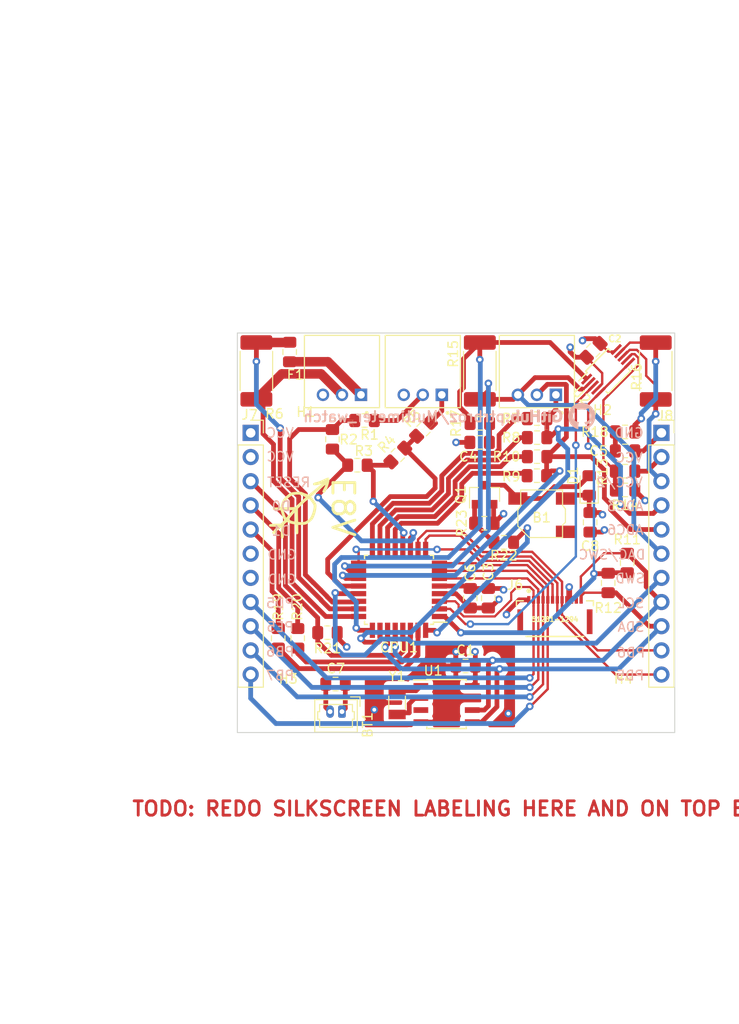
<source format=kicad_pcb>
(kicad_pcb (version 20171130) (host pcbnew "(5.1.6)-1")
  (layers (0 F.Cu signal hide) (1 In1.Cu signal hide) (2 In2.Cu signal hide) (31 B.Cu signal) (34 B.Paste user) (35 F.Paste user hide) (36 B.SilkS user) (37 F.SilkS user hide) (38 B.Mask user) (39 F.Mask user hide) (44 Edge.Cuts user))
  (net 0 "")
  (net 1 /PD3)
  (net 2 /PD2)
  (net 3 /ADC2)
  (net 4 /PB1)
  (net 5 /PB2)
  (net 6 /PB3)
  (net 7 /PB4)
  (net 8 "Net-(U1-Pad2)")
  (net 9 "Net-(U1-Pad1)")
  (net 10 /ADC3)
  (net 11 /D1)
  (net 12 /D0)
  (net 13 /RESET)
  (net 14 /SDA)
  (net 15 /SCL)
  (net 16 /ADC1)
  (net 17 /ADC0)
  (net 18 /ADC7)
  (net 19 /SWD)
  (net 20 /ADC6)
  (net 21 /PB0)
  (net 22 /VCC)
  (net 23 /PE4)
  (net 24 /PD4)
  (net 25 "Net-(F1-Pad1)")
  (net 26 /VCC_HALF)
  (net 27 "Net-(R16-Pad2)")
  (net 28 /GND)
  (net 29 "Net-(R13-Pad2)")
  (net 30 "Net-(U1-Pad3)")
  (net 31 /ADC10)
  (net 32 "Net-(J2-Pad2)")
  (net 33 /PD7)
  (net 34 /PD6)
  (net 35 /PD5)
  (net 36 /PB7)
  (net 37 /PB6)
  (net 38 /PE5)
  (net 39 "Net-(C4-Pad2)")
  (net 40 "Net-(C5-Pad2)")
  (net 41 "Net-(CPU1-Pad30)")
  (net 42 "Net-(CPU1-Pad31)")
  (net 43 "Net-(J2-Pad1)")
  (net 44 "Net-(J2-Pad3)")
  (net 45 "Net-(J3-Pad3)")
  (net 46 /DACout)
  (net 47 "Net-(J6-PadMP2)")
  (net 48 "Net-(J6-PadMP1)")
  (net 49 "Net-(B1-Pad2)")
  (net 50 "Net-(Q1-Pad1)")
  (net 51 /PB5)
  (module Multimeter_Watch_Custom_Footprints:github_logo (layer B.Cu) (at 135.2 66.8 180)
    (fp_text reference G*** hide)
    (fp_text value LOGO hide)
  )
  (module Multimeter_Watch_Custom_Footprints:nouth_signature (layer F.Cu) (at 108.51 76.4)
    (fp_text reference G*** hide)
    (fp_text value LOGO hide)
  )
  (module Multimeter_Watch_Custom_Footprints:CMT-0502-75-SMT-TR (layer F.Cu) (at 134 77 180)
    (fp_text reference B1 (at 0 -0.4) (layer F.SilkS))
    (fp_text value CMT-0502-75-SMT-TR)
    (pad 1 smd rect (at -2.5 1.6 180) (size 2 1.3) (layers F.Cu F.Paste F.Mask) (net 22 /VCC))
    (pad 2 smd rect (at 2.5 1.6 180) (size 2 1.3) (layers F.Cu F.Paste F.Mask) (net 49 "Net-(B1-Pad2)"))
    (pad "" smd rect (at -3.5 -1.9 180) (size 2 1.3) (drill (offset 1 0)) (layers F.Cu F.Paste F.Mask))
  )
  (module Resistor_SMD:R_0805_2012Metric_Pad1.15x1.40mm_HandSolder (layer F.Cu) (at 127.975 78)
    (fp_text reference R23 (at -2.375 0 90) (layer F.SilkS))
    (fp_text value 100K)
    (pad 2 smd roundrect (at 1.025 0) (size 1.15 1.4) (layers F.Cu F.Paste F.Mask) (roundrect_rratio 0.217391) (net 28 /GND))
    (pad 1 smd roundrect (at -1.025 0) (size 1.15 1.4) (layers F.Cu F.Paste F.Mask) (roundrect_rratio 0.217391) (net 50 "Net-(Q1-Pad1)"))
  )
  (module Resistor_SMD:R_0805_2012Metric_Pad1.15x1.40mm_HandSolder (layer F.Cu) (at 130.025 80)
    (fp_text reference R22 (at 0 1.4) (layer F.SilkS))
    (fp_text value 10K)
    (pad 2 smd roundrect (at 1.025 0) (size 1.15 1.4) (layers F.Cu F.Paste F.Mask) (roundrect_rratio 0.217391) (net 2 /PD2))
    (pad 1 smd roundrect (at -1.025 0) (size 1.15 1.4) (layers F.Cu F.Paste F.Mask) (roundrect_rratio 0.217391) (net 50 "Net-(Q1-Pad1)"))
  )
  (module Package_TO_SOT_SMD:SOT-23 (layer F.Cu) (at 128 75 90)
    (fp_text reference Q1 (at 0 -2.5 90) (layer F.SilkS))
    (fp_text value "A03400A N-MOS")
    (pad 3 smd rect (at 1 0 90) (size 0.9 0.8) (layers F.Cu F.Paste F.Mask) (net 49 "Net-(B1-Pad2)"))
    (pad 2 smd rect (at -1 0.95 90) (size 0.9 0.8) (layers F.Cu F.Paste F.Mask) (net 28 /GND))
    (pad 1 smd rect (at -1 -0.95 90) (size 0.9 0.8) (layers F.Cu F.Paste F.Mask) (net 50 "Net-(Q1-Pad1)"))
  )
  (module Diode_SMD:D_0805_2012Metric_Pad1.15x1.40mm_HandSolder (layer F.Cu) (at 139 74.024999 90)
    (fp_text reference D1 (at 1.024999 -1.7 90) (layer F.SilkS))
    (fp_text value D_Schottky)
    (pad 2 smd roundrect (at 1.025 0 90) (size 1.15 1.4) (layers F.Cu F.Paste F.Mask) (roundrect_rratio 0.217391) (net 49 "Net-(B1-Pad2)"))
    (pad 1 smd roundrect (at -1.025 0 90) (size 1.15 1.4) (layers F.Cu F.Paste F.Mask) (roundrect_rratio 0.217391) (net 22 /VCC))
  )
  (module Capacitor_SMD:C_0805_2012Metric_Pad1.15x1.40mm_HandSolder (layer F.Cu) (at 139.1 77.9 270)
    (fp_text reference C8 (at 2.5 0 180) (layer F.SilkS))
    (fp_text value 100n)
    (pad 2 smd roundrect (at 1.025 0 270) (size 1.15 1.4) (layers F.Cu F.Paste F.Mask) (roundrect_rratio 0.217391) (net 28 /GND))
    (pad 1 smd roundrect (at -1.025 0 270) (size 1.15 1.4) (layers F.Cu F.Paste F.Mask) (roundrect_rratio 0.217391) (net 22 /VCC))
  )
  (module Resistor_SMD:R_0805_2012Metric_Pad1.15x1.40mm_HandSolder (layer F.Cu) (at 111.475001 89.5 180)
    (fp_text reference R21 (at 0 -1.65) (layer F.SilkS))
    (fp_text value 10k)
    (pad 2 smd roundrect (at 1.025 0 180) (size 1.15 1.4) (layers F.Cu F.Paste F.Mask) (roundrect_rratio 0.217391) (net 13 /RESET))
    (pad 1 smd roundrect (at -1.025 0 180) (size 1.15 1.4) (layers F.Cu F.Paste F.Mask) (roundrect_rratio 0.217391) (net 22 /VCC))
  )
  (module Crystal:Crystal_SMD_3215-2Pin_3.2x1.5mm (layer F.Cu) (at 118.8 96.85 270)
    (fp_text reference Y1 (at -2.75 0 180) (layer F.SilkS))
    (fp_text value 32kHz)
    (pad 2 smd rect (at -1.25 0 270) (size 1 1.8) (layers F.Cu F.Paste F.Mask) (net 9 "Net-(U1-Pad1)"))
    (pad 1 smd rect (at 1.25 0 270) (size 1 1.8) (layers F.Cu F.Paste F.Mask) (net 8 "Net-(U1-Pad2)"))
  )
  (module Package_SO:SOIC-8-N7_3.9x4.9mm_P1.27mm (layer F.Cu) (at 124 97)
    (fp_text reference U1 (at -1.4 -3.5) (layer F.SilkS))
    (fp_text value PCF85163-SO08)
    (pad 8 smd rect (at 2.7 -1.905) (size 1.55 0.6) (layers F.Cu F.Paste F.Mask) (net 22 /VCC))
    (pad 6 smd rect (at 2.7 0.635) (size 1.55 0.6) (layers F.Cu F.Paste F.Mask) (net 15 /SCL))
    (pad 5 smd rect (at 2.7 1.905) (size 1.55 0.6) (layers F.Cu F.Paste F.Mask) (net 14 /SDA))
    (pad 4 smd rect (at -2.7 1.905) (size 1.55 0.6) (layers F.Cu F.Paste F.Mask) (net 28 /GND))
    (pad 3 smd rect (at -2.7 0.635) (size 1.55 0.6) (layers F.Cu F.Paste F.Mask) (net 30 "Net-(U1-Pad3)"))
    (pad 2 smd rect (at -2.7 -0.635) (size 1.55 0.6) (layers F.Cu F.Paste F.Mask) (net 8 "Net-(U1-Pad2)"))
    (pad 1 smd rect (at -2.7 -1.905) (size 1.55 0.6) (layers F.Cu F.Paste F.Mask) (net 9 "Net-(U1-Pad1)"))
  )
  (module Resistor_SMD:R_0805_2012Metric_Pad1.15x1.40mm_HandSolder (layer F.Cu) (at 108.343503 90.091296 90)
    (fp_text reference R20 (at 3.291296 -0.043503 90) (layer F.SilkS))
    (fp_text value 1k)
    (pad 2 smd roundrect (at 1.025 0 90) (size 1.15 1.4) (layers F.Cu F.Paste F.Mask) (roundrect_rratio 0.217391) (net 12 /D0))
    (pad 1 smd roundrect (at -1.025 0 90) (size 1.15 1.4) (layers F.Cu F.Paste F.Mask) (roundrect_rratio 0.217391) (net 41 "Net-(CPU1-Pad30)"))
  )
  (module Resistor_SMD:R_0805_2012Metric_Pad1.15x1.40mm_HandSolder (layer F.Cu) (at 106.292893 90.090685 90)
    (fp_text reference R19 (at 3.290685 0.007107 90) (layer F.SilkS))
    (fp_text value 1k)
    (pad 2 smd roundrect (at 1.025 0 90) (size 1.15 1.4) (layers F.Cu F.Paste F.Mask) (roundrect_rratio 0.217391) (net 11 /D1))
    (pad 1 smd roundrect (at -1.025 0 90) (size 1.15 1.4) (layers F.Cu F.Paste F.Mask) (roundrect_rratio 0.217391) (net 42 "Net-(CPU1-Pad31)"))
  )
  (module Resistor_SMD:R_0805_2012Metric_Pad1.15x1.40mm_HandSolder (layer F.Cu) (at 142.775 68.4)
    (fp_text reference R18 (at -3.175 0) (layer F.SilkS))
    (fp_text value 200)
    (pad 2 smd roundrect (at 1.025 0) (size 1.15 1.4) (layers F.Cu F.Paste F.Mask) (roundrect_rratio 0.217391) (net 27 "Net-(R16-Pad2)"))
    (pad 1 smd roundrect (at -1.025 0) (size 1.15 1.4) (layers F.Cu F.Paste F.Mask) (roundrect_rratio 0.217391) (net 40 "Net-(C5-Pad2)"))
  )
  (module Resistor_SMD:R_0805_2012Metric_Pad1.15x1.40mm_HandSolder (layer F.Cu) (at 127.5 67.5 180)
    (fp_text reference R17 (at 2.5 0 270) (layer F.SilkS))
    (fp_text value 200)
    (pad 2 smd roundrect (at 1.025 0 180) (size 1.15 1.4) (layers F.Cu F.Paste F.Mask) (roundrect_rratio 0.217391) (net 3 /ADC2))
    (pad 1 smd roundrect (at -1.025 0 180) (size 1.15 1.4) (layers F.Cu F.Paste F.Mask) (roundrect_rratio 0.217391) (net 39 "Net-(C4-Pad2)"))
  )
  (module Resistor_SMD:R_0805_2012Metric_Pad1.15x1.40mm_HandSolder (layer F.Cu) (at 142.775 74.5)
    (fp_text reference R14 (at 0 1.6) (layer F.SilkS))
    (fp_text value 1M)
    (pad 2 smd roundrect (at 1.025 0) (size 1.15 1.4) (layers F.Cu F.Paste F.Mask) (roundrect_rratio 0.217391) (net 28 /GND))
    (pad 1 smd roundrect (at -1.025 0) (size 1.15 1.4) (layers F.Cu F.Paste F.Mask) (roundrect_rratio 0.217391) (net 29 "Net-(R13-Pad2)"))
  )
  (module Resistor_SMD:R_0805_2012Metric_Pad1.15x1.40mm_HandSolder (layer F.Cu) (at 142.775001 72.525 180)
    (fp_text reference R13 (at 2.375001 -0.075 90) (layer F.SilkS))
    (fp_text value 1M)
    (pad 2 smd roundrect (at 1.025 0 180) (size 1.15 1.4) (layers F.Cu F.Paste F.Mask) (roundrect_rratio 0.217391) (net 29 "Net-(R13-Pad2)"))
    (pad 1 smd roundrect (at -1.025 0 180) (size 1.15 1.4) (layers F.Cu F.Paste F.Mask) (roundrect_rratio 0.217391) (net 22 /VCC))
  )
  (module Resistor_SMD:R_0805_2012Metric_Pad1.15x1.40mm_HandSolder (layer F.Cu) (at 141 84.275001 270)
    (fp_text reference R12 (at 2.624999 0 180) (layer F.SilkS))
    (fp_text value 4k7)
    (pad 2 smd roundrect (at 1.025 0 270) (size 1.15 1.4) (layers F.Cu F.Paste F.Mask) (roundrect_rratio 0.217391) (net 14 /SDA))
    (pad 1 smd roundrect (at -1.025 0 270) (size 1.15 1.4) (layers F.Cu F.Paste F.Mask) (roundrect_rratio 0.217391) (net 1 /PD3))
  )
  (module Resistor_SMD:R_0805_2012Metric_Pad1.15x1.40mm_HandSolder (layer F.Cu) (at 143 82.175001 90)
    (fp_text reference R11 (at 2.475001 0 180) (layer F.SilkS))
    (fp_text value 4k7)
    (pad 2 smd roundrect (at 1.025 0 90) (size 1.15 1.4) (layers F.Cu F.Paste F.Mask) (roundrect_rratio 0.217391) (net 15 /SCL))
    (pad 1 smd roundrect (at -1.025 0 90) (size 1.15 1.4) (layers F.Cu F.Paste F.Mask) (roundrect_rratio 0.217391) (net 1 /PD3))
  )
  (module Resistor_SMD:R_0805_2012Metric_Pad1.15x1.40mm_HandSolder (layer F.Cu) (at 133.524999 71 180)
    (fp_text reference R10 (at 3.224999 0 180) (layer F.SilkS))
    (fp_text value 680)
    (pad 2 smd roundrect (at 1.025 0 180) (size 1.15 1.4) (layers F.Cu F.Paste F.Mask) (roundrect_rratio 0.217391) (net 5 /PB2))
    (pad 1 smd roundrect (at -1.025 0 180) (size 1.15 1.4) (layers F.Cu F.Paste F.Mask) (roundrect_rratio 0.217391) (net 20 /ADC6))
  )
  (module Resistor_SMD:R_0805_2012Metric_Pad1.15x1.40mm_HandSolder (layer F.Cu) (at 133.5 73 180)
    (fp_text reference R9 (at 2.7 -0.1) (layer F.SilkS))
    (fp_text value 470k)
    (pad 2 smd roundrect (at 1.025 0 180) (size 1.15 1.4) (layers F.Cu F.Paste F.Mask) (roundrect_rratio 0.217391) (net 4 /PB1))
    (pad 1 smd roundrect (at -1.025 0 180) (size 1.15 1.4) (layers F.Cu F.Paste F.Mask) (roundrect_rratio 0.217391) (net 20 /ADC6))
  )
  (module Resistor_SMD:R_0805_2012Metric_Pad1.15x1.40mm_HandSolder (layer F.Cu) (at 133.524999 69)
    (fp_text reference R8 (at -2.724999 0) (layer F.SilkS))
    (fp_text value 680)
    (pad 2 smd roundrect (at 1.025 0) (size 1.15 1.4) (layers F.Cu F.Paste F.Mask) (roundrect_rratio 0.217391) (net 10 /ADC3))
    (pad 1 smd roundrect (at -1.025 0) (size 1.15 1.4) (layers F.Cu F.Paste F.Mask) (roundrect_rratio 0.217391) (net 6 /PB3))
  )
  (module Resistor_SMD:R_0805_2012Metric_Pad1.15x1.40mm_HandSolder (layer F.Cu) (at 133.524999 67)
    (fp_text reference R7 (at -2.724999 0) (layer F.SilkS))
    (fp_text value 470k)
    (pad 2 smd roundrect (at 1.025 0) (size 1.15 1.4) (layers F.Cu F.Paste F.Mask) (roundrect_rratio 0.217391) (net 10 /ADC3))
    (pad 1 smd roundrect (at -1.025 0) (size 1.15 1.4) (layers F.Cu F.Paste F.Mask) (roundrect_rratio 0.217391) (net 7 /PB4))
  )
  (module Multimeter_Watch_Custom_Footprints:Molex-51281-1294-Manufacturer_Recommended (layer F.Cu) (at 135.4 87.2)
    (fp_text reference J6 (at -5.149999 -2.725002) (layer F.SilkS) (effects (justify left)))
    (fp_text value 51281-1294 (at 0 0.9) (layer F.SilkS) (effects (font (size 0.5 0.5) (thickness 0.125))))
    (pad MP2 smd rect (at 3.65 1.15) (size 0.599999 2.6) (layers F.Cu F.Paste F.Mask) (net 47 "Net-(J6-PadMP2)"))
    (pad MP1 smd rect (at -3.65 1.15) (size 0.599999 2.6) (layers F.Cu F.Paste F.Mask) (net 48 "Net-(J6-PadMP1)"))
    (pad 11 smd rect (at 2.250001 -1.15) (size 0.349999 0.800001) (layers F.Cu F.Paste F.Mask) (net 15 /SCL))
    (pad 10 smd rect (at 1.750002 -1.15) (size 0.349999 0.800001) (layers F.Cu F.Paste F.Mask) (net 28 /GND))
    (pad 9 smd rect (at 1.25 -1.15) (size 0.349999 0.800001) (layers F.Cu F.Paste F.Mask) (net 28 /GND))
    (pad 8 smd rect (at 0.750001 -1.15) (size 0.349999 0.800001) (layers F.Cu F.Paste F.Mask) (net 34 /PD6))
    (pad 7 smd rect (at 0.250002 -1.15) (size 0.349999 0.800001) (layers F.Cu F.Paste F.Mask) (net 35 /PD5))
    (pad 6 smd rect (at -0.249999 -1.15) (size 0.349999 0.800001) (layers F.Cu F.Paste F.Mask) (net 51 /PB5))
    (pad 5 smd rect (at -0.749999 -1.15) (size 0.349999 0.800001) (layers F.Cu F.Paste F.Mask) (net 36 /PB7))
    (pad 4 smd rect (at -1.25 -1.15) (size 0.349999 0.800001) (layers F.Cu F.Paste F.Mask) (net 37 /PB6))
    (pad 3 smd rect (at -1.749999 -1.15) (size 0.349999 0.800001) (layers F.Cu F.Paste F.Mask) (net 38 /PE5))
    (pad 2 smd rect (at -2.249998 -1.15) (size 0.349999 0.800001) (layers F.Cu F.Paste F.Mask) (net 23 /PE4))
    (pad 1 smd rect (at -2.75 -1.15) (size 0.349999 0.800001) (layers F.Cu F.Paste F.Mask) (net 22 /VCC))
    (pad 12 smd rect (at 2.75 -1.15) (size 0.349999 0.800001) (layers F.Cu F.Paste F.Mask) (net 14 /SDA))
  )
  (module Package_QFP:TQFP-32_7x7mm_P0.8mm (layer F.Cu) (at 119 85 180)
    (fp_text reference CPU1 (at 0 -6.05) (layer F.SilkS))
    (fp_text value LGT8F328P-QFP32L)
    (pad 32 smd rect (at -2.8 -4.25 270) (size 1.6 0.55) (layers F.Cu F.Paste F.Mask) (net 2 /PD2))
    (pad 31 smd rect (at -2 -4.25 270) (size 1.6 0.55) (layers F.Cu F.Paste F.Mask) (net 42 "Net-(CPU1-Pad31)"))
    (pad 30 smd rect (at -1.2 -4.25 270) (size 1.6 0.55) (layers F.Cu F.Paste F.Mask) (net 41 "Net-(CPU1-Pad30)"))
    (pad 29 smd rect (at -0.4 -4.25 270) (size 1.6 0.55) (layers F.Cu F.Paste F.Mask) (net 13 /RESET))
    (pad 28 smd rect (at 0.4 -4.25 270) (size 1.6 0.55) (layers F.Cu F.Paste F.Mask) (net 15 /SCL))
    (pad 27 smd rect (at 1.2 -4.25 270) (size 1.6 0.55) (layers F.Cu F.Paste F.Mask) (net 14 /SDA))
    (pad 26 smd rect (at 2 -4.25 270) (size 1.6 0.55) (layers F.Cu F.Paste F.Mask) (net 10 /ADC3))
    (pad 25 smd rect (at 2.8 -4.25 270) (size 1.6 0.55) (layers F.Cu F.Paste F.Mask) (net 3 /ADC2))
    (pad 24 smd rect (at 4.25 -2.8 180) (size 1.6 0.55) (layers F.Cu F.Paste F.Mask) (net 16 /ADC1))
    (pad 23 smd rect (at 4.25 -2 180) (size 1.6 0.55) (layers F.Cu F.Paste F.Mask) (net 17 /ADC0))
    (pad 22 smd rect (at 4.25 -1.2 180) (size 1.6 0.55) (layers F.Cu F.Paste F.Mask) (net 18 /ADC7))
    (pad 21 smd rect (at 4.25 -0.4 180) (size 1.6 0.55) (layers F.Cu F.Paste F.Mask) (net 19 /SWD))
    (pad 20 smd rect (at 4.25 0.4 180) (size 1.6 0.55) (layers F.Cu F.Paste F.Mask) (net 31 /ADC10))
    (pad 19 smd rect (at 4.25 1.2 180) (size 1.6 0.55) (layers F.Cu F.Paste F.Mask) (net 20 /ADC6))
    (pad 18 smd rect (at 4.25 2 180) (size 1.6 0.55) (layers F.Cu F.Paste F.Mask) (net 46 /DACout))
    (pad 17 smd rect (at 4.25 2.8 180) (size 1.6 0.55) (layers F.Cu F.Paste F.Mask) (net 51 /PB5))
    (pad 16 smd rect (at 2.8 4.25 270) (size 1.6 0.55) (layers F.Cu F.Paste F.Mask) (net 7 /PB4))
    (pad 15 smd rect (at 2 4.25 270) (size 1.6 0.55) (layers F.Cu F.Paste F.Mask) (net 6 /PB3))
    (pad 14 smd rect (at 1.2 4.25 270) (size 1.6 0.55) (layers F.Cu F.Paste F.Mask) (net 5 /PB2))
    (pad 13 smd rect (at 0.4 4.25 270) (size 1.6 0.55) (layers F.Cu F.Paste F.Mask) (net 4 /PB1))
    (pad 12 smd rect (at -0.4 4.25 270) (size 1.6 0.55) (layers F.Cu F.Paste F.Mask) (net 21 /PB0))
    (pad 11 smd rect (at -1.2 4.25 270) (size 1.6 0.55) (layers F.Cu F.Paste F.Mask) (net 33 /PD7))
    (pad 10 smd rect (at -2 4.25 270) (size 1.6 0.55) (layers F.Cu F.Paste F.Mask) (net 34 /PD6))
    (pad 9 smd rect (at -2.8 4.25 270) (size 1.6 0.55) (layers F.Cu F.Paste F.Mask) (net 35 /PD5))
    (pad 8 smd rect (at -4.25 2.8 180) (size 1.6 0.55) (layers F.Cu F.Paste F.Mask) (net 36 /PB7))
    (pad 7 smd rect (at -4.25 2 180) (size 1.6 0.55) (layers F.Cu F.Paste F.Mask) (net 37 /PB6))
    (pad 6 smd rect (at -4.25 1.2 180) (size 1.6 0.55) (layers F.Cu F.Paste F.Mask) (net 38 /PE5))
    (pad 5 smd rect (at -4.25 0.4 180) (size 1.6 0.55) (layers F.Cu F.Paste F.Mask) (net 28 /GND))
    (pad 4 smd rect (at -4.25 -0.4 180) (size 1.6 0.55) (layers F.Cu F.Paste F.Mask) (net 22 /VCC))
    (pad 3 smd rect (at -4.25 -1.2 180) (size 1.6 0.55) (layers F.Cu F.Paste F.Mask) (net 23 /PE4))
    (pad 2 smd rect (at -4.25 -2 180) (size 1.6 0.55) (layers F.Cu F.Paste F.Mask) (net 24 /PD4))
    (pad 1 smd rect (at -4.25 -2.8 180) (size 1.6 0.55) (layers F.Cu F.Paste F.Mask) (net 1 /PD3))
  )
  (module Capacitor_SMD:C_0805_2012Metric_Pad1.15x1.40mm_HandSolder (layer F.Cu) (at 112.325 94.9 180)
    (fp_text reference C7 (at -0.025 1.63) (layer F.SilkS))
    (fp_text value 10u)
    (pad 2 smd roundrect (at 1.025 0 180) (size 1.15 1.4) (layers F.Cu F.Paste F.Mask) (roundrect_rratio 0.217391) (net 28 /GND))
    (pad 1 smd roundrect (at -1.025 0 180) (size 1.15 1.4) (layers F.Cu F.Paste F.Mask) (roundrect_rratio 0.217391) (net 22 /VCC))
  )
  (module Capacitor_SMD:C_0805_2012Metric_Pad1.15x1.40mm_HandSolder (layer F.Cu) (at 126.49 85.88 90)
    (fp_text reference C6 (at 2.68 0.01 90) (layer F.SilkS))
    (fp_text value 10n)
    (pad 2 smd roundrect (at 1.025 0 90) (size 1.15 1.4) (layers F.Cu F.Paste F.Mask) (roundrect_rratio 0.217391) (net 28 /GND))
    (pad 1 smd roundrect (at -1.025 0 90) (size 1.15 1.4) (layers F.Cu F.Paste F.Mask) (roundrect_rratio 0.217391) (net 22 /VCC))
  )
  (module Capacitor_SMD:C_0805_2012Metric_Pad1.15x1.40mm_HandSolder (layer F.Cu) (at 142.775 70.4 180)
    (fp_text reference C5 (at 2.775 0) (layer F.SilkS))
    (fp_text value 47p)
    (pad 2 smd roundrect (at 1.025 0 180) (size 1.15 1.4) (layers F.Cu F.Paste F.Mask) (roundrect_rratio 0.217391) (net 40 "Net-(C5-Pad2)"))
    (pad 1 smd roundrect (at -1.025 0 180) (size 1.15 1.4) (layers F.Cu F.Paste F.Mask) (roundrect_rratio 0.217391) (net 28 /GND))
  )
  (module Capacitor_SMD:C_0805_2012Metric_Pad1.15x1.40mm_HandSolder (layer F.Cu) (at 127.475 69.5)
    (fp_text reference C4 (at -1.175 1.5) (layer F.SilkS))
    (fp_text value 47p)
    (pad 2 smd roundrect (at 1.025 0) (size 1.15 1.4) (layers F.Cu F.Paste F.Mask) (roundrect_rratio 0.217391) (net 39 "Net-(C4-Pad2)"))
    (pad 1 smd roundrect (at -1.025 0) (size 1.15 1.4) (layers F.Cu F.Paste F.Mask) (roundrect_rratio 0.217391) (net 28 /GND))
  )
  (module Capacitor_SMD:C_0805_2012Metric_Pad1.15x1.40mm_HandSolder (layer F.Cu) (at 128.39 85.88 90)
    (fp_text reference C3 (at 2.78 0.01 90) (layer F.SilkS))
    (fp_text value 100n)
    (pad 2 smd roundrect (at 1.025 0 90) (size 1.15 1.4) (layers F.Cu F.Paste F.Mask) (roundrect_rratio 0.217391) (net 28 /GND))
    (pad 1 smd roundrect (at -1.025 0 90) (size 1.15 1.4) (layers F.Cu F.Paste F.Mask) (roundrect_rratio 0.217391) (net 22 /VCC))
  )
  (module Capacitor_SMD:C_0805_2012Metric_Pad1.15x1.40mm_HandSolder (layer F.Cu) (at 139.424784 59.824784 225)
    (fp_text reference C2 (at -2.474874 -0.742768 180) (layer F.SilkS) (effects (font (size 0.7 0.7))))
    (fp_text value 100n)
    (pad 2 smd roundrect (at 1.025 0 225) (size 1.15 1.4) (layers F.Cu F.Paste F.Mask) (roundrect_rratio 0.217391) (net 28 /GND))
    (pad 1 smd roundrect (at -1.025 0 225) (size 1.15 1.4) (layers F.Cu F.Paste F.Mask) (roundrect_rratio 0.217391) (net 22 /VCC))
  )
  (module Capacitor_SMD:C_0805_2012Metric_Pad1.15x1.40mm_HandSolder (layer F.Cu) (at 126 93)
    (fp_text reference C1 (at 0 -1.65) (layer F.SilkS))
    (fp_text value 100n)
    (pad 2 smd roundrect (at 1.025 0) (size 1.15 1.4) (layers F.Cu F.Paste F.Mask) (roundrect_rratio 0.217391) (net 22 /VCC))
    (pad 1 smd roundrect (at -1.025 0) (size 1.15 1.4) (layers F.Cu F.Paste F.Mask) (roundrect_rratio 0.217391) (net 28 /GND))
  )
  (module Connector_PinSocket_2.54mm:PinSocket_1x11_P2.54mm_Vertical (layer F.Cu) (at 146.6 68.5)
    (fp_text reference J8 (at 0.4 -1.8) (layer F.SilkS))
    (fp_text value Conn_01x11_Female)
    (pad 11 thru_hole oval (at 0 25.4) (size 1.7 1.7) (drill 1) (layers *.Cu *.Mask) (net 35 /PD5))
    (pad 10 thru_hole oval (at 0 22.86) (size 1.7 1.7) (drill 1) (layers *.Cu *.Mask) (net 34 /PD6))
    (pad 9 thru_hole oval (at 0 20.32) (size 1.7 1.7) (drill 1) (layers *.Cu *.Mask) (net 14 /SDA))
    (pad 8 thru_hole oval (at 0 17.78) (size 1.7 1.7) (drill 1) (layers *.Cu *.Mask) (net 15 /SCL))
    (pad 7 thru_hole oval (at 0 15.24) (size 1.7 1.7) (drill 1) (layers *.Cu *.Mask) (net 19 /SWD))
    (pad 6 thru_hole oval (at 0 12.7) (size 1.7 1.7) (drill 1) (layers *.Cu *.Mask) (net 46 /DACout))
    (pad 5 thru_hole oval (at 0 10.16) (size 1.7 1.7) (drill 1) (layers *.Cu *.Mask) (net 20 /ADC6))
    (pad 4 thru_hole oval (at 0 7.62) (size 1.7 1.7) (drill 1) (layers *.Cu *.Mask) (net 10 /ADC3))
    (pad 3 thru_hole oval (at 0 5.08) (size 1.7 1.7) (drill 1) (layers *.Cu *.Mask) (net 26 /VCC_HALF))
    (pad 2 thru_hole oval (at 0 2.54) (size 1.7 1.7) (drill 1) (layers *.Cu *.Mask) (net 22 /VCC))
    (pad 1 thru_hole rect (at 0 0) (size 1.7 1.7) (drill 1) (layers *.Cu *.Mask) (net 28 /GND))
  )
  (module Connector_PinSocket_2.54mm:PinSocket_1x11_P2.54mm_Vertical (layer F.Cu) (at 103.4 68.5)
    (fp_text reference J7 (at -0.1 -1.9) (layer F.SilkS))
    (fp_text value Conn_01x11_Female)
    (pad 11 thru_hole oval (at 0 25.4) (size 1.7 1.7) (drill 1) (layers *.Cu *.Mask) (net 36 /PB7))
    (pad 10 thru_hole oval (at 0 22.86) (size 1.7 1.7) (drill 1) (layers *.Cu *.Mask) (net 37 /PB6))
    (pad 9 thru_hole oval (at 0 20.32) (size 1.7 1.7) (drill 1) (layers *.Cu *.Mask) (net 38 /PE5))
    (pad 8 thru_hole oval (at 0 17.78) (size 1.7 1.7) (drill 1) (layers *.Cu *.Mask) (net 23 /PE4))
    (pad 7 thru_hole oval (at 0 15.24) (size 1.7 1.7) (drill 1) (layers *.Cu *.Mask) (net 28 /GND))
    (pad 6 thru_hole oval (at 0 12.7) (size 1.7 1.7) (drill 1) (layers *.Cu *.Mask) (net 28 /GND))
    (pad 5 thru_hole oval (at 0 10.16) (size 1.7 1.7) (drill 1) (layers *.Cu *.Mask) (net 11 /D1))
    (pad 4 thru_hole oval (at 0 7.62) (size 1.7 1.7) (drill 1) (layers *.Cu *.Mask) (net 12 /D0))
    (pad 3 thru_hole oval (at 0 5.08) (size 1.7 1.7) (drill 1) (layers *.Cu *.Mask) (net 13 /RESET))
    (pad 2 thru_hole oval (at 0 2.54) (size 1.7 1.7) (drill 1) (layers *.Cu *.Mask) (net 22 /VCC))
    (pad 1 thru_hole rect (at 0 0) (size 1.7 1.7) (drill 1) (layers *.Cu *.Mask) (net 22 /VCC))
  )
  (module MountingHole:MountingHole_2.1mm (layer F.Cu) (at 142.6 97.55)
    (fp_text reference H4 (at 0 -3.2) (layer F.SilkS))
    (fp_text value MountingHole)
    (pad "" np_thru_hole circle (at 0 0) (size 2.1 2.1) (drill 2.1) (layers *.Cu *.Mask))
  )
  (module MountingHole:MountingHole_2.1mm (layer F.Cu) (at 107.35 97.55)
    (fp_text reference H3 (at 0 -3.2) (layer F.SilkS))
    (fp_text value MountingHole)
    (pad "" np_thru_hole circle (at 0 0) (size 2.1 2.1) (drill 2.1) (layers *.Cu *.Mask))
  )
  (module MountingHole:MountingHole_2.1mm (layer F.Cu) (at 142.6 65)
    (fp_text reference H2 (at -2.2 1.1) (layer F.SilkS))
    (fp_text value MountingHole)
    (pad "" np_thru_hole circle (at 0 0) (size 2.1 2.1) (drill 2.1) (layers *.Cu *.Mask))
  )
  (module MountingHole:MountingHole_2.1mm (layer F.Cu) (at 107.35 65)
    (fp_text reference H1 (at 1.85 1.3) (layer F.SilkS))
    (fp_text value MountingHole)
    (pad "" np_thru_hole circle (at 0 0) (size 2.1 2.1) (drill 2.1) (layers *.Cu *.Mask))
  )
  (module "Multimeter_Watch_Custom_Footprints:JST_S3B-PH-K-S(LF)(SN)" (layer F.Cu) (at 115 64.5 180)
    (fp_text reference J3 (at 1.474225 -3.188995) (layer F.SilkS) (effects (font (size 1.000339 1.000339) (thickness 0.015))))
    (fp_text value "S3B-PH-K-S(LF)(SN)")
    (pad 1 thru_hole rect (at 0 0 180) (size 1.308 1.308) (drill 0.8) (layers *.Cu *.Mask) (net 25 "Net-(F1-Pad1)"))
    (pad 2 thru_hole circle (at 2 0 180) (size 1.308 1.308) (drill 0.8) (layers *.Cu *.Mask) (net 16 /ADC1))
    (pad 3 thru_hole circle (at 4 0 180) (size 1.308 1.308) (drill 0.8) (layers *.Cu *.Mask) (net 45 "Net-(J3-Pad3)"))
  )
  (module "Multimeter_Watch_Custom_Footprints:JST_S3B-PH-K-S(LF)(SN)" (layer F.Cu) (at 123.5 64.5 180)
    (fp_text reference J2 (at 1.474225 -3.188995) (layer F.SilkS) (effects (font (size 1.000339 1.000339) (thickness 0.015))))
    (fp_text value "S3B-PH-K-S(LF)(SN)")
    (pad 1 thru_hole rect (at 0 0 180) (size 1.308 1.308) (drill 0.8) (layers *.Cu *.Mask) (net 43 "Net-(J2-Pad1)"))
    (pad 2 thru_hole circle (at 2 0 180) (size 1.308 1.308) (drill 0.8) (layers *.Cu *.Mask) (net 32 "Net-(J2-Pad2)"))
    (pad 3 thru_hole circle (at 4 0 180) (size 1.308 1.308) (drill 0.8) (layers *.Cu *.Mask) (net 44 "Net-(J2-Pad3)"))
  )
  (module "Multimeter_Watch_Custom_Footprints:JST_S3B-PH-K-S(LF)(SN)" (layer F.Cu) (at 135.5 64.5 180)
    (fp_text reference J1 (at 1.474225 -3.188995) (layer F.SilkS) (effects (font (size 1.000339 1.000339) (thickness 0.015))))
    (fp_text value "S3B-PH-K-S(LF)(SN)")
    (pad 1 thru_hole rect (at 0 0 180) (size 1.308 1.308) (drill 0.8) (layers *.Cu *.Mask) (net 10 /ADC3))
    (pad 2 thru_hole circle (at 2 0 180) (size 1.308 1.308) (drill 0.8) (layers *.Cu *.Mask) (net 20 /ADC6))
    (pad 3 thru_hole circle (at 4 0 180) (size 1.308 1.308) (drill 0.8) (layers *.Cu *.Mask) (net 46 /DACout))
  )
  (module Package_SO:MSOP-10_3x3mm_P0.5mm (layer F.Cu) (at 141 62 45)
    (fp_text reference U2 (at -3.818377 -0.141421 135) (layer F.SilkS))
    (fp_text value AD8592)
    (pad 10 smd rect (at 2.2 -1 45) (size 1.4 0.3) (layers F.Cu F.Paste F.Mask) (net 22 /VCC))
    (pad 9 smd rect (at 2.2 -0.5 45) (size 1.4 0.3) (layers F.Cu F.Paste F.Mask) (net 27 "Net-(R16-Pad2)"))
    (pad 8 smd rect (at 2.2 0 45) (size 1.4 0.3) (layers F.Cu F.Paste F.Mask) (net 26 /VCC_HALF))
    (pad 7 smd rect (at 2.2 0.5 45) (size 1.4 0.3) (layers F.Cu F.Paste F.Mask) (net 29 "Net-(R13-Pad2)"))
    (pad 6 smd rect (at 2.2 1 45) (size 1.4 0.3) (layers F.Cu F.Paste F.Mask) (net 1 /PD3))
    (pad 5 smd rect (at -2.2 1 45) (size 1.4 0.3) (layers F.Cu F.Paste F.Mask) (net 1 /PD3))
    (pad 4 smd rect (at -2.2 0.5 45) (size 1.4 0.3) (layers F.Cu F.Paste F.Mask) (net 28 /GND))
    (pad 3 smd rect (at -2.2 0 45) (size 1.4 0.3) (layers F.Cu F.Paste F.Mask) (net 24 /PD4))
    (pad 2 smd rect (at -2.2 -0.5 45) (size 1.4 0.3) (layers F.Cu F.Paste F.Mask) (net 46 /DACout))
    (pad 1 smd rect (at -2.2 -1 45) (size 1.4 0.3) (layers F.Cu F.Paste F.Mask) (net 3 /ADC2))
  )
  (module Resistor_SMD:R_2512_6332Metric_Pad1.52x3.35mm_HandSolder (layer F.Cu) (at 146 62 90)
    (fp_text reference R16 (at -0.6 -2 90) (layer F.SilkS))
    (fp_text value 30)
    (pad 2 smd roundrect (at 2.9875 0 90) (size 1.525 3.35) (layers F.Cu F.Paste F.Mask) (roundrect_rratio 0.163934) (net 27 "Net-(R16-Pad2)"))
    (pad 1 smd roundrect (at -2.9875 0 90) (size 1.525 3.35) (layers F.Cu F.Paste F.Mask) (roundrect_rratio 0.163934) (net 26 /VCC_HALF))
  )
  (module Resistor_SMD:R_2512_6332Metric_Pad1.52x3.35mm_HandSolder (layer F.Cu) (at 127.5 61.9875 90)
    (fp_text reference R15 (at 1.7875 -2.8 90) (layer F.SilkS))
    (fp_text value 30)
    (pad 2 smd roundrect (at 2.9875 0 90) (size 1.525 3.35) (layers F.Cu F.Paste F.Mask) (roundrect_rratio 0.163934) (net 3 /ADC2))
    (pad 1 smd roundrect (at -2.9875 0 90) (size 1.525 3.35) (layers F.Cu F.Paste F.Mask) (roundrect_rratio 0.163934) (net 46 /DACout))
  )
  (module Resistor_SMD:R_2512_6332Metric_Pad1.52x3.35mm_HandSolder (layer F.Cu) (at 104 61.987501 270)
    (fp_text reference R6 (at 4.512499 -1.9 180) (layer F.SilkS))
    (fp_text value 100m)
    (pad 2 smd roundrect (at 2.9875 0 270) (size 1.525 3.35) (layers F.Cu F.Paste F.Mask) (roundrect_rratio 0.163934) (net 16 /ADC1))
    (pad 1 smd roundrect (at -2.9875 0 270) (size 1.525 3.35) (layers F.Cu F.Paste F.Mask) (roundrect_rratio 0.163934) (net 17 /ADC0))
  )
  (module Resistor_SMD:R_0805_2012Metric_Pad1.15x1.40mm_HandSolder (layer F.Cu) (at 121.575216 68.124784 45)
    (fp_text reference R5 (at 0 -1.65 45) (layer F.SilkS))
    (fp_text value 1M)
    (pad 2 smd roundrect (at 1.025 0 45) (size 1.15 1.4) (layers F.Cu F.Paste F.Mask) (roundrect_rratio 0.217391) (net 43 "Net-(J2-Pad1)"))
    (pad 1 smd roundrect (at -1.025 0 45) (size 1.15 1.4) (layers F.Cu F.Paste F.Mask) (roundrect_rratio 0.217391) (net 31 /ADC10))
  )
  (module Resistor_SMD:R_0805_2012Metric_Pad1.15x1.40mm_HandSolder (layer F.Cu) (at 118.875216 70.824784 45)
    (fp_text reference R4 (at 0 -1.65 45) (layer F.SilkS))
    (fp_text value 100k)
    (pad 2 smd roundrect (at 1.025 0 45) (size 1.15 1.4) (layers F.Cu F.Paste F.Mask) (roundrect_rratio 0.217391) (net 31 /ADC10))
    (pad 1 smd roundrect (at -1.025 0 45) (size 1.15 1.4) (layers F.Cu F.Paste F.Mask) (roundrect_rratio 0.217391) (net 21 /PB0))
  )
  (module Resistor_SMD:R_0805_2012Metric_Pad1.15x1.40mm_HandSolder (layer F.Cu) (at 114.625 71.9)
    (fp_text reference R3 (at 0.675 -1.5) (layer F.SilkS))
    (fp_text value 1.43M)
    (pad 2 smd roundrect (at 1.025 0) (size 1.15 1.4) (layers F.Cu F.Paste F.Mask) (roundrect_rratio 0.217391) (net 21 /PB0))
    (pad 1 smd roundrect (at -1.025 0) (size 1.15 1.4) (layers F.Cu F.Paste F.Mask) (roundrect_rratio 0.217391) (net 33 /PD7))
  )
  (module Resistor_SMD:R_0805_2012Metric_Pad1.15x1.40mm_HandSolder (layer F.Cu) (at 112 69.175 270)
    (fp_text reference R2 (at 0.025 -1.7 180) (layer F.SilkS))
    (fp_text value 100k)
    (pad 2 smd roundrect (at 1.025 0 270) (size 1.15 1.4) (layers F.Cu F.Paste F.Mask) (roundrect_rratio 0.217391) (net 33 /PD7))
    (pad 1 smd roundrect (at -1.025 0 270) (size 1.15 1.4) (layers F.Cu F.Paste F.Mask) (roundrect_rratio 0.217391) (net 18 /ADC7))
  )
  (module Resistor_SMD:R_0805_2012Metric_Pad1.15x1.40mm_HandSolder (layer F.Cu) (at 115.375 67.2 180)
    (fp_text reference R1 (at -0.525 -1.5) (layer F.SilkS))
    (fp_text value 1M)
    (pad 2 smd roundrect (at 1.025 0 180) (size 1.15 1.4) (layers F.Cu F.Paste F.Mask) (roundrect_rratio 0.217391) (net 18 /ADC7))
    (pad 1 smd roundrect (at -1.025 0 180) (size 1.15 1.4) (layers F.Cu F.Paste F.Mask) (roundrect_rratio 0.217391) (net 32 "Net-(J2-Pad2)"))
  )
  (module Fuse:Fuse_0805_2012Metric_Pad1.15x1.40mm_HandSolder (layer F.Cu) (at 107.5 60 90)
    (fp_text reference F1 (at -2.4 0.6 180) (layer F.SilkS))
    (fp_text value Fuse)
    (pad 2 smd roundrect (at 1.025 0 90) (size 1.15 1.4) (layers F.Cu F.Paste F.Mask) (roundrect_rratio 0.217391) (net 17 /ADC0))
    (pad 1 smd roundrect (at -1.025 0 90) (size 1.15 1.4) (layers F.Cu F.Paste F.Mask) (roundrect_rratio 0.217391) (net 25 "Net-(F1-Pad1)"))
  )
  (module Connector_Molex:Molex_PicoBlade_53047-0210_1x02_P1.25mm_Vertical (layer F.Cu) (at 113 97.8 180)
    (fp_text reference BT1 (at -2.7 -1.4 90) (layer F.SilkS))
    (fp_text value "Some Li-Po?")
    (pad 2 thru_hole oval (at 1.25 0 180) (size 0.8 1.3) (drill 0.5) (layers *.Cu *.Mask) (net 28 /GND))
    (pad 1 thru_hole roundrect (at 0 0 180) (size 0.8 1.3) (drill 0.5) (layers *.Cu *.Mask) (net 22 /VCC))
  )
  (gr_text PB6 (at 106.5 91.5) (layer B.SilkS) (effects (font (size 1 1)) (justify mirror)))
  (gr_text PE5 (at 106.5 88.9) (layer B.SilkS) (effects (font (size 1 1)) (justify mirror)))
  (gr_text "TODO: REDO SILKSCREEN LABELING HERE AND ON TOP BOARD!!!" (at 127.25 108) (layer F.Cu) (effects (font (size 1.5 1.5) (thickness 0.3))))
  (gr_text :ptrbroz/Multimeter_watch (at 119.8 66.8) (layer B.SilkS) (effects (font (size 1.1 1.1) (thickness 0.2)) (justify mirror)))
  (gr_text PD5 (at 143.3 94) (layer B.SilkS) (effects (font (size 1 1)) (justify mirror)))
  (gr_text PD6 (at 143.4 91.6) (layer B.SilkS) (effects (font (size 1 1)) (justify mirror)))
  (gr_text SDA (at 143.4 88.9) (layer B.SilkS) (effects (font (size 1 1)) (justify mirror)))
  (gr_text SCL (at 143.4 86.4) (layer B.SilkS) (effects (font (size 1 1)) (justify mirror)))
  (gr_text SWD (at 143.3 83.8) (layer B.SilkS) (effects (font (size 1 1)) (justify mirror)))
  (gr_text DAC/SWC (at 141.4 81.3) (layer B.SilkS) (effects (font (size 1 1)) (justify mirror)))
  (gr_text ADC6 (at 142.8 78.7) (layer B.SilkS) (effects (font (size 1 1)) (justify mirror)))
  (gr_text "ADC3\n" (at 142.8 76.2) (layer B.SilkS) (effects (font (size 1 1)) (justify mirror)))
  (gr_text VCC/2 (at 142.2 73.7) (layer B.SilkS) (effects (font (size 1 1)) (justify mirror)))
  (gr_text VCC (at 143.2 71.1) (layer B.SilkS) (effects (font (size 1 1)) (justify mirror)))
  (gr_text GND (at 143.2 68.5) (layer B.SilkS) (effects (font (size 1 1)) (justify mirror)))
  (gr_text PB7 (at 106.5 94) (layer B.SilkS) (effects (font (size 1 1)) (justify mirror)))
  (gr_text PD5 (at 106.5 86.4) (layer B.SilkS) (effects (font (size 1 1)) (justify mirror)))
  (gr_text GND (at 106.7 83.9) (layer B.SilkS) (effects (font (size 1 1)) (justify mirror)))
  (gr_text GND (at 106.7 81.3) (layer B.SilkS) (effects (font (size 1 1)) (justify mirror)))
  (gr_text D1 (at 106.6 78.8) (layer B.SilkS) (effects (font (size 1 1)) (justify mirror)))
  (gr_text RESET (at 107.4 73.7) (layer B.SilkS) (effects (font (size 1 1)) (justify mirror)))
  (gr_text D0 (at 106.6 76.2) (layer B.SilkS) (effects (font (size 1 1)) (justify mirror)))
  (gr_text VCC (at 106.5 71) (layer B.SilkS) (effects (font (size 1 1)) (justify mirror)))
  (gr_text VCC (at 106.5 68.5) (layer B.SilkS) (effects (font (size 1 1)) (justify mirror)))
  (gr_text E8V (at 113.1 76.3 270) (layer F.SilkS) (effects (font (size 2.3 2.3) (thickness 0.3))))
  (gr_line (start 148 58) (end 148 100) (layer Edge.Cuts) (width 0.1))
  (gr_line (start 102 58) (end 148 58) (layer Edge.Cuts) (width 0.1))
  (gr_line (start 102 100) (end 102 58) (layer Edge.Cuts) (width 0.1))
  (gr_line (start 148 100) (end 102 100) (layer Edge.Cuts) (width 0.1))
  (segment (start 143.262742 61.151472) (end 140.151472 64.262742) (width 0.25) (layer F.Cu) (net 1))
  (via (at 125.5 89.5) (size 0.8) (drill 0.4) (layers F.Cu B.Cu) (net 1))
  (segment (start 123.25 87.8) (end 123.8 87.8) (width 0.5) (layer F.Cu) (net 1))
  (segment (start 123.8 87.8) (end 125.5 89.5) (width 0.5) (layer F.Cu) (net 1))
  (segment (start 141.05 83.200001) (end 141 83.250001) (width 0.5) (layer F.Cu) (net 1))
  (segment (start 143 83.200001) (end 141.05 83.200001) (width 0.5) (layer F.Cu) (net 1))
  (via (at 139.5 83.3) (size 0.8) (drill 0.4) (layers F.Cu B.Cu) (net 1))
  (segment (start 139.5 83.758002) (end 139.5 83.3) (width 0.5) (layer B.Cu) (net 1))
  (segment (start 125.5 89.5) (end 133.758002 89.5) (width 0.5) (layer B.Cu) (net 1))
  (segment (start 133.758002 89.5) (end 139.5 83.758002) (width 0.5) (layer B.Cu) (net 1))
  (segment (start 140.950001 83.3) (end 141 83.250001) (width 0.5) (layer F.Cu) (net 1))
  (segment (start 139.5 83.3) (end 140.950001 83.3) (width 0.5) (layer F.Cu) (net 1))
  (via (at 138.9 69.9) (size 0.8) (drill 0.4) (layers F.Cu B.Cu) (net 1))
  (segment (start 139.5 83.3) (end 139.5 70.5) (width 0.25) (layer B.Cu) (net 1))
  (segment (start 139.5 70.5) (end 138.9 69.9) (width 0.25) (layer B.Cu) (net 1))
  (segment (start 138.9 65.514214) (end 140.151472 64.262742) (width 0.25) (layer F.Cu) (net 1))
  (segment (start 138.9 69.9) (end 138.9 65.514214) (width 0.25) (layer F.Cu) (net 1))
  (via (at 123 89.5) (size 0.8) (drill 0.4) (layers F.Cu B.Cu) (net 2))
  (segment (start 121.8 89.25) (end 122.75 89.25) (width 0.5) (layer F.Cu) (net 2))
  (segment (start 122.75 89.25) (end 123 89.5) (width 0.5) (layer F.Cu) (net 2))
  (via (at 132.5 78.5) (size 0.8) (drill 0.4) (layers F.Cu B.Cu) (net 2))
  (segment (start 123 89.5) (end 132.5 80) (width 0.5) (layer B.Cu) (net 2))
  (segment (start 132.5 80) (end 132.5 78.5) (width 0.5) (layer B.Cu) (net 2))
  (segment (start 132.5 78.55) (end 131.05 80) (width 0.5) (layer F.Cu) (net 2))
  (segment (start 132.5 78.5) (end 132.5 78.55) (width 0.5) (layer F.Cu) (net 2))
  (segment (start 134.88873 59) (end 138.66654 62.77781) (width 0.5) (layer F.Cu) (net 3))
  (segment (start 127.5 59) (end 134.88873 59) (width 0.5) (layer F.Cu) (net 3))
  (via (at 114.5 89) (size 0.8) (drill 0.4) (layers F.Cu B.Cu) (net 3))
  (segment (start 116.2 89.25) (end 114.75 89.25) (width 0.5) (layer F.Cu) (net 3))
  (segment (start 114.75 89.25) (end 114.5 89) (width 0.5) (layer F.Cu) (net 3))
  (segment (start 112.228587 82.313411) (end 112.941998 81.6) (width 0.5) (layer B.Cu) (net 3))
  (segment (start 112.228587 83.998154) (end 112.228587 82.313411) (width 0.5) (layer B.Cu) (net 3))
  (segment (start 114.5 89) (end 114.5 86.269567) (width 0.5) (layer B.Cu) (net 3))
  (segment (start 114.5 86.269567) (end 112.228587 83.998154) (width 0.5) (layer B.Cu) (net 3))
  (segment (start 112.941998 81.6) (end 124.2 81.6) (width 0.5) (layer B.Cu) (net 3))
  (via (at 127.5 60.8) (size 0.8) (drill 0.4) (layers F.Cu B.Cu) (net 3))
  (segment (start 127.549999 60.849999) (end 127.5 60.8) (width 0.5) (layer B.Cu) (net 3))
  (segment (start 124.2 81.6) (end 127.549999 78.250001) (width 0.5) (layer B.Cu) (net 3))
  (segment (start 127.549999 78.250001) (end 127.549999 60.849999) (width 0.5) (layer B.Cu) (net 3))
  (segment (start 127.5 60.8) (end 127.5 59) (width 0.5) (layer F.Cu) (net 3))
  (segment (start 126.475 67.5) (end 126.475 66.877466) (width 0.5) (layer F.Cu) (net 3))
  (segment (start 125.37499 64.172544) (end 125.785044 63.76249) (width 0.5) (layer F.Cu) (net 3))
  (segment (start 126.475 66.877466) (end 125.37499 65.777456) (width 0.5) (layer F.Cu) (net 3))
  (segment (start 125.37499 65.777456) (end 125.37499 64.172544) (width 0.5) (layer F.Cu) (net 3))
  (segment (start 125.785044 60.714956) (end 127.5 59) (width 0.5) (layer F.Cu) (net 3))
  (segment (start 125.785044 63.76249) (end 125.785044 60.714956) (width 0.5) (layer F.Cu) (net 3))
  (segment (start 118.6 78.641998) (end 119.241998 78) (width 0.5) (layer F.Cu) (net 4))
  (segment (start 118.6 80.75) (end 118.6 78.641998) (width 0.5) (layer F.Cu) (net 4))
  (segment (start 123.059852 78) (end 125.60003 75.459822) (width 0.5) (layer F.Cu) (net 4))
  (segment (start 119.241998 78) (end 123.059852 78) (width 0.5) (layer F.Cu) (net 4))
  (segment (start 125.60003 75.459822) (end 125.60003 73.869856) (width 0.5) (layer F.Cu) (net 4))
  (segment (start 132.22504 72.75004) (end 132.475 73) (width 0.5) (layer F.Cu) (net 4))
  (segment (start 126.719846 72.75004) (end 132.22504 72.75004) (width 0.5) (layer F.Cu) (net 4))
  (segment (start 125.60003 73.869856) (end 126.719846 72.75004) (width 0.5) (layer F.Cu) (net 4))
  (segment (start 129.694862 72.05003) (end 130.744891 71) (width 0.5) (layer F.Cu) (net 5))
  (segment (start 130.744891 71) (end 132.499999 71) (width 0.5) (layer F.Cu) (net 5))
  (segment (start 126.429894 72.05003) (end 129.694862 72.05003) (width 0.5) (layer F.Cu) (net 5))
  (segment (start 117.8 80.75) (end 117.8 78.452035) (width 0.5) (layer F.Cu) (net 5))
  (segment (start 117.8 78.452035) (end 118.952045 77.29999) (width 0.5) (layer F.Cu) (net 5))
  (segment (start 124.90002 75.169869) (end 124.90002 73.579904) (width 0.5) (layer F.Cu) (net 5))
  (segment (start 124.90002 73.579904) (end 126.429894 72.05003) (width 0.5) (layer F.Cu) (net 5))
  (segment (start 118.952045 77.29999) (end 122.769899 77.29999) (width 0.5) (layer F.Cu) (net 5))
  (segment (start 122.769899 77.29999) (end 124.90002 75.169869) (width 0.5) (layer F.Cu) (net 5))
  (segment (start 132.499999 69.235034) (end 132.499999 69) (width 0.5) (layer F.Cu) (net 6))
  (segment (start 118.662092 76.59998) (end 117 78.262072) (width 0.5) (layer F.Cu) (net 6))
  (segment (start 117 78.262072) (end 117 80.75) (width 0.5) (layer F.Cu) (net 6))
  (segment (start 122.479946 76.59998) (end 118.662092 76.59998) (width 0.5) (layer F.Cu) (net 6))
  (segment (start 131.754929 69) (end 129.404909 71.35002) (width 0.5) (layer F.Cu) (net 6))
  (segment (start 124.20001 74.879916) (end 122.479946 76.59998) (width 0.5) (layer F.Cu) (net 6))
  (segment (start 132.499999 69) (end 131.754929 69) (width 0.5) (layer F.Cu) (net 6))
  (segment (start 129.404909 71.35002) (end 126.139942 71.35002) (width 0.5) (layer F.Cu) (net 6))
  (segment (start 126.139942 71.35002) (end 124.20001 73.289952) (width 0.5) (layer F.Cu) (net 6))
  (segment (start 124.20001 73.289952) (end 124.20001 74.879916) (width 0.5) (layer F.Cu) (net 6))
  (segment (start 116.2 78.072109) (end 118.372139 75.89997) (width 0.5) (layer F.Cu) (net 7))
  (segment (start 116.2 80.75) (end 116.2 78.072109) (width 0.5) (layer F.Cu) (net 7))
  (segment (start 122.189993 75.89997) (end 123.5 74.589963) (width 0.5) (layer F.Cu) (net 7))
  (segment (start 118.372139 75.89997) (end 122.189993 75.89997) (width 0.5) (layer F.Cu) (net 7))
  (segment (start 123.5 74.589963) (end 123.5 73) (width 0.5) (layer F.Cu) (net 7))
  (segment (start 129.52501 70.239956) (end 129.52501 68.72501) (width 0.5) (layer F.Cu) (net 7))
  (segment (start 129.114956 70.65001) (end 129.52501 70.239956) (width 0.5) (layer F.Cu) (net 7))
  (segment (start 123.5 73) (end 125.84999 70.65001) (width 0.5) (layer F.Cu) (net 7))
  (segment (start 125.84999 70.65001) (end 129.114956 70.65001) (width 0.5) (layer F.Cu) (net 7))
  (segment (start 131.25002 67) (end 132.499999 67) (width 0.5) (layer F.Cu) (net 7))
  (segment (start 129.52501 68.72501) (end 131.25002 67) (width 0.5) (layer F.Cu) (net 7))
  (segment (start 120.684998 96.365) (end 120.074999 96.974999) (width 0.5) (layer F.Cu) (net 8))
  (segment (start 121.3 96.365) (end 120.684998 96.365) (width 0.5) (layer F.Cu) (net 8))
  (segment (start 120.074999 96.974999) (end 120.074999 97.925001) (width 0.5) (layer F.Cu) (net 8))
  (segment (start 118.974999 97.925001) (end 118.8 98.1) (width 0.5) (layer F.Cu) (net 8))
  (segment (start 120.074999 97.925001) (end 118.974999 97.925001) (width 0.5) (layer F.Cu) (net 8))
  (segment (start 120.795 95.6) (end 121.3 95.095) (width 0.5) (layer F.Cu) (net 9))
  (segment (start 118.8 95.6) (end 120.795 95.6) (width 0.5) (layer F.Cu) (net 9))
  (segment (start 135.5 66.049999) (end 134.549999 67) (width 0.5) (layer F.Cu) (net 10))
  (segment (start 135.5 64.5) (end 135.5 66.049999) (width 0.5) (layer F.Cu) (net 10))
  (segment (start 134.549999 67) (end 134.549999 69) (width 0.5) (layer F.Cu) (net 10))
  (segment (start 115.400001 90.500001) (end 115 90.1) (width 0.5) (layer F.Cu) (net 10))
  (segment (start 117 89.25) (end 117 90.335002) (width 0.5) (layer F.Cu) (net 10))
  (via (at 115 90.1) (size 0.8) (drill 0.4) (layers F.Cu B.Cu) (net 10))
  (segment (start 116.835001 90.500001) (end 115.400001 90.500001) (width 0.5) (layer F.Cu) (net 10))
  (segment (start 117 90.335002) (end 116.835001 90.500001) (width 0.5) (layer F.Cu) (net 10))
  (via (at 135.754001 68.1) (size 0.8) (drill 0.4) (layers F.Cu B.Cu) (net 10))
  (segment (start 134.549999 69) (end 134.854001 69) (width 0.5) (layer F.Cu) (net 10))
  (segment (start 134.854001 69) (end 135.754001 68.1) (width 0.5) (layer F.Cu) (net 10))
  (segment (start 135.754001 69.212003) (end 135.754001 68.1) (width 0.5) (layer B.Cu) (net 10))
  (segment (start 120.262489 89.479509) (end 136.750001 72.991997) (width 0.5) (layer B.Cu) (net 10))
  (segment (start 136.750001 72.991997) (end 136.750001 70.208003) (width 0.5) (layer B.Cu) (net 10))
  (segment (start 136.750001 70.208003) (end 135.754001 69.212003) (width 0.5) (layer B.Cu) (net 10))
  (segment (start 146.6 76.06408) (end 146.6 76.12) (width 0.5) (layer B.Cu) (net 10))
  (via (at 142.3 76) (size 0.8) (drill 0.4) (layers F.Cu B.Cu) (net 10))
  (segment (start 142.3 72.041998) (end 142.3 76) (width 0.5) (layer B.Cu) (net 10))
  (segment (start 135.754001 68.1) (end 138.358002 68.1) (width 0.5) (layer B.Cu) (net 10))
  (segment (start 138.358002 68.1) (end 142.3 72.041998) (width 0.5) (layer B.Cu) (net 10))
  (segment (start 145.750001 76.969999) (end 146.6 76.12) (width 0.5) (layer F.Cu) (net 10))
  (segment (start 143.269999 76.969999) (end 145.750001 76.969999) (width 0.5) (layer F.Cu) (net 10))
  (segment (start 142.3 76) (end 143.269999 76.969999) (width 0.5) (layer F.Cu) (net 10))
  (segment (start 115.629748 89.470252) (end 115 90.1) (width 0.5) (layer B.Cu) (net 10))
  (segment (start 120.253232 89.470252) (end 115.629748 89.470252) (width 0.5) (layer B.Cu) (net 10))
  (segment (start 120.262489 89.479509) (end 120.253232 89.470252) (width 0.5) (layer B.Cu) (net 10))
  (segment (start 105.64997 80.90997) (end 105.64997 85.14997) (width 0.5) (layer F.Cu) (net 11))
  (segment (start 103.4 78.66) (end 105.64997 80.90997) (width 0.5) (layer F.Cu) (net 11))
  (segment (start 106.292893 85.792893) (end 106.292893 89.065685) (width 0.5) (layer F.Cu) (net 11))
  (segment (start 105.64997 85.14997) (end 106.292893 85.792893) (width 0.5) (layer F.Cu) (net 11))
  (segment (start 106.34998 79.06998) (end 106.34998 84.829906) (width 0.5) (layer F.Cu) (net 12))
  (segment (start 103.4 76.12) (end 106.34998 79.06998) (width 0.5) (layer F.Cu) (net 12))
  (segment (start 108.343503 86.823429) (end 108.343503 89.066296) (width 0.5) (layer F.Cu) (net 12))
  (segment (start 106.34998 84.829906) (end 108.343503 86.823429) (width 0.5) (layer F.Cu) (net 12))
  (segment (start 119.006113 91.879521) (end 111.879521 91.879521) (width 0.5) (layer F.Cu) (net 13))
  (segment (start 119.448113 91.437521) (end 119.006113 91.879521) (width 0.5) (layer F.Cu) (net 13))
  (segment (start 119.448113 90.383115) (end 119.448113 91.437521) (width 0.5) (layer F.Cu) (net 13))
  (segment (start 119.4 89.25) (end 119.4 90.335002) (width 0.5) (layer F.Cu) (net 13))
  (segment (start 119.4 90.335002) (end 119.448113 90.383115) (width 0.5) (layer F.Cu) (net 13))
  (segment (start 110.450001 90.450001) (end 110.450001 89.5) (width 0.5) (layer F.Cu) (net 13))
  (segment (start 111.879521 91.879521) (end 110.450001 90.450001) (width 0.5) (layer F.Cu) (net 13))
  (segment (start 110.450001 87.939963) (end 110.450001 89.5) (width 0.5) (layer F.Cu) (net 13))
  (segment (start 107.04999 84.539953) (end 110.450001 87.939963) (width 0.5) (layer F.Cu) (net 13))
  (segment (start 103.4 73.58) (end 107.04999 77.22999) (width 0.5) (layer F.Cu) (net 13))
  (segment (start 107.04999 77.22999) (end 107.04999 84.539953) (width 0.5) (layer F.Cu) (net 13))
  (via (at 117.516823 91.020261) (size 0.8) (drill 0.4) (layers F.Cu B.Cu) (net 14))
  (segment (start 117.8 89.25) (end 117.8 90.737084) (width 0.5) (layer F.Cu) (net 14))
  (segment (start 117.8 90.737084) (end 117.516823 91.020261) (width 0.5) (layer F.Cu) (net 14))
  (segment (start 127.684962 98.905) (end 126.7 98.905) (width 0.5) (layer F.Cu) (net 14))
  (segment (start 129.3 97.289962) (end 127.684962 98.905) (width 0.5) (layer F.Cu) (net 14))
  (segment (start 141 85.300001) (end 138.499999 85.300001) (width 0.25) (layer F.Cu) (net 14))
  (segment (start 138.150002 85.649998) (end 138.150002 86.05) (width 0.25) (layer F.Cu) (net 14))
  (segment (start 138.499999 85.300001) (end 138.150002 85.649998) (width 0.25) (layer F.Cu) (net 14))
  (via (at 129.58 93.31) (size 0.8) (drill 0.4) (layers F.Cu B.Cu) (net 14))
  (segment (start 129.3 97.289962) (end 129.3 93.59) (width 0.5) (layer F.Cu) (net 14))
  (segment (start 129.3 93.59) (end 129.58 93.31) (width 0.5) (layer F.Cu) (net 14))
  (segment (start 119.240877 93.31) (end 129.58 93.31) (width 0.5) (layer B.Cu) (net 14))
  (segment (start 117.516823 91.585946) (end 119.240877 93.31) (width 0.5) (layer B.Cu) (net 14))
  (segment (start 117.516823 91.020261) (end 117.516823 91.585946) (width 0.5) (layer B.Cu) (net 14))
  (segment (start 142.11 93.31) (end 146.6 88.82) (width 0.5) (layer B.Cu) (net 14))
  (segment (start 129.58 93.31) (end 142.11 93.31) (width 0.5) (layer B.Cu) (net 14))
  (segment (start 141 85.300001) (end 141.800001 85.300001) (width 0.5) (layer F.Cu) (net 14))
  (segment (start 145.32 88.82) (end 146.6 88.82) (width 0.5) (layer F.Cu) (net 14))
  (segment (start 141.800001 85.300001) (end 145.32 88.82) (width 0.5) (layer F.Cu) (net 14))
  (segment (start 118.6 89.25) (end 118.6 91.027632) (width 0.5) (layer F.Cu) (net 15))
  (via (at 118.598112 91.02952) (size 0.8) (drill 0.4) (layers F.Cu B.Cu) (net 15))
  (segment (start 118.6 91.027632) (end 118.598112 91.02952) (width 0.5) (layer F.Cu) (net 15))
  (segment (start 127.965 97.635) (end 126.7 97.635) (width 0.5) (layer F.Cu) (net 15))
  (segment (start 128.4 97.2) (end 127.965 97.635) (width 0.5) (layer F.Cu) (net 15))
  (segment (start 143.049999 81.2) (end 143 81.150001) (width 0.5) (layer F.Cu) (net 15))
  (segment (start 138.125001 84.948001) (end 137.650003 85.422999) (width 0.25) (layer F.Cu) (net 15))
  (segment (start 138.125001 83.601997) (end 138.125001 84.948001) (width 0.25) (layer F.Cu) (net 15))
  (segment (start 143 81.150001) (end 140.576997 81.150001) (width 0.25) (layer F.Cu) (net 15))
  (segment (start 140.576997 81.150001) (end 138.125001 83.601997) (width 0.25) (layer F.Cu) (net 15))
  (segment (start 137.650001 85.449999) (end 137.650001 86.05) (width 0.23) (layer F.Cu) (net 15))
  (segment (start 137.650003 85.449997) (end 137.650001 85.449999) (width 0.23) (layer F.Cu) (net 15))
  (segment (start 137.650003 85.422999) (end 137.650003 85.449997) (width 0.23) (layer F.Cu) (net 15))
  (via (at 128.84 92.41) (size 0.8) (drill 0.4) (layers F.Cu B.Cu) (net 15))
  (segment (start 128.4 97.2) (end 128.4 92.85) (width 0.5) (layer F.Cu) (net 15))
  (segment (start 128.4 92.85) (end 128.84 92.41) (width 0.5) (layer F.Cu) (net 15))
  (segment (start 118.598112 91.02952) (end 118.598112 91.677273) (width 0.5) (layer B.Cu) (net 15))
  (segment (start 119.330839 92.41) (end 128.84 92.41) (width 0.5) (layer B.Cu) (net 15))
  (segment (start 118.598112 91.677273) (end 119.330839 92.41) (width 0.5) (layer B.Cu) (net 15))
  (segment (start 140.47 92.41) (end 146.6 86.28) (width 0.5) (layer B.Cu) (net 15))
  (segment (start 128.84 92.41) (end 140.47 92.41) (width 0.5) (layer B.Cu) (net 15))
  (segment (start 146.6 86.28) (end 145 84.68) (width 0.5) (layer F.Cu) (net 15))
  (segment (start 145 83.150001) (end 143 81.150001) (width 0.5) (layer F.Cu) (net 15))
  (segment (start 145 84.68) (end 145 83.150001) (width 0.5) (layer F.Cu) (net 15))
  (segment (start 106.674991 62.30001) (end 104 64.975001) (width 1) (layer F.Cu) (net 16))
  (segment (start 110.80001 62.30001) (end 106.674991 62.30001) (width 1) (layer F.Cu) (net 16))
  (segment (start 113 64.5) (end 110.80001 62.30001) (width 1) (layer F.Cu) (net 16))
  (segment (start 104.700001 65.675002) (end 104 64.975001) (width 0.5) (layer F.Cu) (net 16))
  (segment (start 105.79999 69.70001) (end 104.700001 68.600021) (width 0.5) (layer F.Cu) (net 16))
  (segment (start 104.700001 68.600021) (end 104.700001 65.675002) (width 0.5) (layer F.Cu) (net 16))
  (segment (start 111.3 87.8) (end 107.75 84.25) (width 0.5) (layer F.Cu) (net 16))
  (segment (start 114.75 87.8) (end 111.3 87.8) (width 0.5) (layer F.Cu) (net 16))
  (segment (start 107.75 84.25) (end 107.75 75.5) (width 0.5) (layer F.Cu) (net 16))
  (segment (start 107.75 75.5) (end 105.79999 73.54999) (width 0.5) (layer F.Cu) (net 16))
  (segment (start 105.79999 73.54999) (end 105.79999 69.70001) (width 0.5) (layer F.Cu) (net 16))
  (segment (start 107.474999 59.000001) (end 107.5 58.975) (width 1) (layer F.Cu) (net 17))
  (segment (start 104 59.000001) (end 107.474999 59.000001) (width 1) (layer F.Cu) (net 17))
  (via (at 104 61) (size 0.8) (drill 0.4) (layers F.Cu B.Cu) (net 17))
  (segment (start 104 59.000001) (end 104 61) (width 0.5) (layer F.Cu) (net 17))
  (via (at 106.5 68) (size 0.8) (drill 0.4) (layers F.Cu B.Cu) (net 17))
  (segment (start 104 61) (end 104 65.5) (width 0.5) (layer B.Cu) (net 17))
  (segment (start 104 65.5) (end 106.5 68) (width 0.5) (layer B.Cu) (net 17))
  (segment (start 106.5 73.260038) (end 106.5 68) (width 0.5) (layer F.Cu) (net 17))
  (segment (start 108.45001 75.210047) (end 106.5 73.260038) (width 0.5) (layer F.Cu) (net 17))
  (segment (start 111.724467 87) (end 110.79999 86.075523) (width 0.5) (layer F.Cu) (net 17))
  (segment (start 110.79999 86.075523) (end 110.79999 86.04999) (width 0.5) (layer F.Cu) (net 17))
  (segment (start 110.79999 86.04999) (end 108.45001 83.70001) (width 0.5) (layer F.Cu) (net 17))
  (segment (start 114.75 87) (end 111.724467 87) (width 0.5) (layer F.Cu) (net 17))
  (segment (start 108.45001 83.70001) (end 108.45001 75.210047) (width 0.5) (layer F.Cu) (net 17))
  (segment (start 112.95 67.2) (end 112 68.15) (width 0.5) (layer F.Cu) (net 18))
  (segment (start 114.35 67.2) (end 112.95 67.2) (width 0.5) (layer F.Cu) (net 18))
  (segment (start 108.45 68.15) (end 112 68.15) (width 0.5) (layer F.Cu) (net 18))
  (segment (start 107.5 73.229924) (end 107.5 69.1) (width 0.5) (layer F.Cu) (net 18))
  (segment (start 107.479924 73.25) (end 107.5 73.229924) (width 0.5) (layer F.Cu) (net 18))
  (segment (start 111.989428 86.274999) (end 111.441514 85.727085) (width 0.5) (layer F.Cu) (net 18))
  (segment (start 107.5 69.1) (end 108.45 68.15) (width 0.5) (layer F.Cu) (net 18))
  (segment (start 109.989962 84.25) (end 109.15002 83.410058) (width 0.5) (layer F.Cu) (net 18))
  (segment (start 109.15002 74.920094) (end 107.479924 73.25) (width 0.5) (layer F.Cu) (net 18))
  (segment (start 111.441514 85.727085) (end 111.441514 85.701552) (width 0.5) (layer F.Cu) (net 18))
  (segment (start 114.725001 86.274999) (end 111.989428 86.274999) (width 0.5) (layer F.Cu) (net 18))
  (segment (start 114.75 86.25) (end 114.725001 86.274999) (width 0.5) (layer F.Cu) (net 18))
  (segment (start 111.441514 85.701552) (end 110.79999 85.060028) (width 0.5) (layer F.Cu) (net 18))
  (segment (start 110.79999 85.04999) (end 110 84.25) (width 0.5) (layer F.Cu) (net 18))
  (segment (start 110.79999 85.060028) (end 110.79999 85.04999) (width 0.5) (layer F.Cu) (net 18))
  (segment (start 110 84.25) (end 109.989962 84.25) (width 0.5) (layer F.Cu) (net 18))
  (segment (start 114.75 86.2) (end 114.75 86.25) (width 0.5) (layer F.Cu) (net 18))
  (segment (start 109.15002 83.410058) (end 109.15002 74.920094) (width 0.5) (layer F.Cu) (net 18))
  (segment (start 114.75 85.4) (end 112.372431 85.4) (width 0.5) (layer F.Cu) (net 19))
  (via (at 112.291515 85.319084) (size 0.8) (drill 0.4) (layers F.Cu B.Cu) (net 19))
  (segment (start 112.372431 85.4) (end 112.291515 85.319084) (width 0.5) (layer F.Cu) (net 19))
  (segment (start 119.963278 90.17026) (end 120.393018 90.6) (width 0.5) (layer B.Cu) (net 19))
  (segment (start 112.291515 91.049517) (end 113.091999 91.850001) (width 0.5) (layer B.Cu) (net 19))
  (segment (start 112.291515 85.319084) (end 112.291515 91.049517) (width 0.5) (layer B.Cu) (net 19))
  (segment (start 113.091999 91.850001) (end 115.429081 91.850001) (width 0.5) (layer B.Cu) (net 19))
  (segment (start 117.108822 90.17026) (end 119.963278 90.17026) (width 0.5) (layer B.Cu) (net 19))
  (segment (start 115.429081 91.850001) (end 117.108822 90.17026) (width 0.5) (layer B.Cu) (net 19))
  (segment (start 139.74 90.6) (end 146.6 83.74) (width 0.5) (layer B.Cu) (net 19))
  (segment (start 120.393018 90.6) (end 139.74 90.6) (width 0.5) (layer B.Cu) (net 19))
  (segment (start 136.604001 68.945998) (end 134.549999 71) (width 0.5) (layer F.Cu) (net 20))
  (segment (start 136.604001 63.485999) (end 136.604001 68.945998) (width 0.5) (layer F.Cu) (net 20))
  (segment (start 134.604001 63.395999) (end 136.514001 63.395999) (width 0.5) (layer F.Cu) (net 20))
  (segment (start 136.514001 63.395999) (end 136.604001 63.485999) (width 0.5) (layer F.Cu) (net 20))
  (segment (start 133.5 64.5) (end 134.604001 63.395999) (width 0.5) (layer F.Cu) (net 20))
  (segment (start 134.549999 72.975001) (end 134.525 73) (width 0.5) (layer F.Cu) (net 20))
  (via (at 113.078588 83.480671) (size 0.8) (drill 0.4) (layers F.Cu B.Cu) (net 20))
  (segment (start 114.75 83.8) (end 113.397917 83.8) (width 0.5) (layer F.Cu) (net 20))
  (segment (start 113.397917 83.8) (end 113.078588 83.480671) (width 0.5) (layer F.Cu) (net 20))
  (segment (start 124.919329 83.480671) (end 113.078588 83.480671) (width 0.5) (layer B.Cu) (net 20))
  (segment (start 133.6 74.8) (end 124.919329 83.480671) (width 0.5) (layer B.Cu) (net 20))
  (via (at 135.9 72.5) (size 0.8) (drill 0.4) (layers F.Cu B.Cu) (net 20))
  (segment (start 133.6 74.8) (end 135.9 72.5) (width 0.5) (layer B.Cu) (net 20))
  (segment (start 135.025 72.5) (end 134.525 73) (width 0.5) (layer F.Cu) (net 20))
  (segment (start 135.9 72.5) (end 135.025 72.5) (width 0.5) (layer F.Cu) (net 20))
  (segment (start 134.525 71.024999) (end 134.549999 71) (width 0.5) (layer F.Cu) (net 20))
  (segment (start 134.525 73) (end 134.525 71.024999) (width 0.5) (layer F.Cu) (net 20))
  (segment (start 140.6 72.4) (end 140.6 75.341998) (width 0.5) (layer F.Cu) (net 20))
  (segment (start 139.2 71) (end 140.6 72.4) (width 0.5) (layer F.Cu) (net 20))
  (segment (start 134.549999 71) (end 139.2 71) (width 0.5) (layer F.Cu) (net 20))
  (segment (start 141.250001 75.991999) (end 141.250001 76.550001) (width 0.5) (layer F.Cu) (net 20))
  (segment (start 140.6 75.341998) (end 141.250001 75.991999) (width 0.5) (layer F.Cu) (net 20))
  (segment (start 143.36 78.66) (end 146.6 78.66) (width 0.5) (layer F.Cu) (net 20))
  (segment (start 141.250001 76.550001) (end 143.36 78.66) (width 0.5) (layer F.Cu) (net 20))
  (via (at 119.5 79) (size 0.8) (drill 0.4) (layers F.Cu B.Cu) (net 21))
  (segment (start 119.4 80.75) (end 119.4 79.1) (width 0.5) (layer F.Cu) (net 21))
  (segment (start 119.4 79.1) (end 119.5 79) (width 0.5) (layer F.Cu) (net 21))
  (via (at 116.3 75.7) (size 0.8) (drill 0.4) (layers F.Cu B.Cu) (net 21))
  (segment (start 119.5 79) (end 119.5 78.9) (width 0.5) (layer B.Cu) (net 21))
  (segment (start 119.5 78.9) (end 116.3 75.7) (width 0.5) (layer B.Cu) (net 21))
  (segment (start 116.3 72.55) (end 115.65 71.9) (width 0.5) (layer F.Cu) (net 21))
  (segment (start 116.3 75.7) (end 116.3 72.55) (width 0.5) (layer F.Cu) (net 21))
  (segment (start 117.8 71.9) (end 118.150432 71.549568) (width 0.5) (layer F.Cu) (net 21))
  (segment (start 115.65 71.9) (end 117.8 71.9) (width 0.5) (layer F.Cu) (net 21))
  (segment (start 140.149568 59.1) (end 141 59.950432) (width 0.25) (layer F.Cu) (net 22))
  (segment (start 141.635354 59.950432) (end 141.848528 59.737258) (width 0.25) (layer F.Cu) (net 22))
  (segment (start 141 59.950432) (end 141.635354 59.950432) (width 0.25) (layer F.Cu) (net 22))
  (segment (start 140.149568 59.1) (end 139.649568 58.6) (width 0.5) (layer F.Cu) (net 22))
  (via (at 138.3 58.8) (size 0.8) (drill 0.4) (layers F.Cu B.Cu) (net 22))
  (segment (start 139.649568 58.6) (end 138.5 58.6) (width 0.5) (layer F.Cu) (net 22))
  (segment (start 138.5 58.6) (end 138.3 58.8) (width 0.5) (layer F.Cu) (net 22))
  (segment (start 124.985 85.4) (end 126.49 86.905) (width 0.5) (layer F.Cu) (net 22))
  (segment (start 123.25 85.4) (end 124.985 85.4) (width 0.5) (layer F.Cu) (net 22))
  (segment (start 126.49 86.905) (end 128.39 86.905) (width 0.5) (layer F.Cu) (net 22))
  (segment (start 128.39 86.905) (end 128.595 86.905) (width 0.5) (layer F.Cu) (net 22))
  (via (at 129.5 86) (size 0.8) (drill 0.4) (layers F.Cu B.Cu) (net 22))
  (segment (start 128.595 86.905) (end 129.5 86) (width 0.5) (layer F.Cu) (net 22))
  (via (at 113.5 91) (size 0.8) (drill 0.4) (layers F.Cu B.Cu) (net 22))
  (segment (start 112.500001 89.5) (end 112.500001 90.000001) (width 0.5) (layer F.Cu) (net 22))
  (segment (start 112.500001 90.000001) (end 113.5 91) (width 0.5) (layer F.Cu) (net 22))
  (segment (start 127.025 94.77) (end 126.7 95.095) (width 0.5) (layer F.Cu) (net 22))
  (segment (start 127.025 93) (end 127.025 94.77) (width 0.5) (layer F.Cu) (net 22))
  (via (at 127 91.5) (size 0.8) (drill 0.4) (layers F.Cu B.Cu) (net 22))
  (segment (start 127.025 93) (end 127.025 91.525) (width 0.5) (layer F.Cu) (net 22))
  (segment (start 127.025 91.525) (end 127 91.5) (width 0.5) (layer F.Cu) (net 22))
  (segment (start 136.850001 75.049999) (end 136.5 75.4) (width 0.5) (layer F.Cu) (net 22))
  (segment (start 139 75.049999) (end 136.850001 75.049999) (width 0.5) (layer F.Cu) (net 22))
  (segment (start 139 76.775) (end 139.1 76.875) (width 0.5) (layer F.Cu) (net 22))
  (segment (start 139 75.049999) (end 139 76.775) (width 0.5) (layer F.Cu) (net 22))
  (segment (start 145.115 72.525) (end 146.6 71.04) (width 0.5) (layer F.Cu) (net 22))
  (segment (start 143.800001 72.525) (end 145.115 72.525) (width 0.5) (layer F.Cu) (net 22))
  (via (at 140.4 77.1) (size 0.8) (drill 0.4) (layers F.Cu B.Cu) (net 22))
  (segment (start 139.1 76.875) (end 140.175 76.875) (width 0.5) (layer F.Cu) (net 22))
  (segment (start 140.175 76.875) (end 140.4 77.1) (width 0.5) (layer F.Cu) (net 22))
  (via (at 130.3 87.6) (size 0.8) (drill 0.4) (layers F.Cu B.Cu) (net 22))
  (segment (start 132.65 86.05) (end 132.370306 86.05) (width 0.25) (layer F.Cu) (net 22))
  (segment (start 130.3 87.389999) (end 130.3 87.6) (width 0.5) (layer F.Cu) (net 22))
  (segment (start 131.639999 86.05) (end 130.3 87.389999) (width 0.5) (layer F.Cu) (net 22))
  (segment (start 132.370306 86.05) (end 131.639999 86.05) (width 0.5) (layer F.Cu) (net 22))
  (segment (start 113.35 97.45) (end 113 97.8) (width 0.5) (layer F.Cu) (net 22))
  (segment (start 113.35 94.9) (end 113.35 97.45) (width 0.5) (layer F.Cu) (net 22))
  (segment (start 123.25 86.2) (end 124.91 86.2) (width 0.23) (layer F.Cu) (net 23))
  (segment (start 124.91 86.2) (end 125.27 86.56) (width 0.23) (layer F.Cu) (net 23))
  (segment (start 125.27 87.259046) (end 125.805964 87.79501) (width 0.23) (layer F.Cu) (net 23))
  (segment (start 125.805964 87.79501) (end 129.074036 87.79501) (width 0.23) (layer F.Cu) (net 23))
  (segment (start 125.27 86.56) (end 125.27 87.259046) (width 0.23) (layer F.Cu) (net 23))
  (segment (start 129.074036 87.79501) (end 130.8 86.069046) (width 0.23) (layer F.Cu) (net 23))
  (segment (start 130.8 86.069046) (end 130.8 85.3) (width 0.23) (layer F.Cu) (net 23))
  (segment (start 130.8 85.3) (end 131.4 84.7) (width 0.23) (layer F.Cu) (net 23))
  (segment (start 131.4 84.7) (end 132.777732 84.7) (width 0.23) (layer F.Cu) (net 23))
  (segment (start 133.150002 85.07227) (end 133.150002 86.05) (width 0.23) (layer F.Cu) (net 23))
  (segment (start 132.777732 84.7) (end 133.150002 85.07227) (width 0.23) (layer F.Cu) (net 23))
  (segment (start 133.150002 86.7) (end 133.153132 86.70313) (width 0.25) (layer F.Cu) (net 23))
  (segment (start 133.150002 86.05) (end 133.150002 86.7) (width 0.25) (layer F.Cu) (net 23))
  (segment (start 133.150002 86.7) (end 133.150002 93.849998) (width 0.25) (layer F.Cu) (net 23))
  (via (at 132.75 94.25) (size 0.8) (drill 0.4) (layers F.Cu B.Cu) (net 23))
  (segment (start 133.150002 93.849998) (end 132.75 94.25) (width 0.25) (layer F.Cu) (net 23))
  (segment (start 111.37 94.25) (end 103.4 86.28) (width 0.5) (layer B.Cu) (net 23))
  (segment (start 132.75 94.25) (end 111.37 94.25) (width 0.5) (layer B.Cu) (net 23))
  (segment (start 125.988686 88.6) (end 126.5 88.6) (width 0.25) (layer F.Cu) (net 24))
  (segment (start 123.25 87) (end 124.388686 87) (width 0.25) (layer F.Cu) (net 24))
  (via (at 126.5 88.6) (size 0.8) (drill 0.4) (layers F.Cu B.Cu) (net 24))
  (segment (start 124.388686 87) (end 125.988686 88.6) (width 0.25) (layer F.Cu) (net 24))
  (segment (start 126.5 88.6) (end 130.3 88.6) (width 0.25) (layer B.Cu) (net 24))
  (segment (start 130.3 88.6) (end 130.5 88.6) (width 0.25) (layer B.Cu) (net 24))
  (via (at 137.6 69.8) (size 0.8) (drill 0.4) (layers F.Cu B.Cu) (net 24))
  (segment (start 130.5 88.6) (end 137.6 81.5) (width 0.25) (layer B.Cu) (net 24))
  (segment (start 137.6 81.5) (end 137.6 69.8) (width 0.25) (layer B.Cu) (net 24))
  (segment (start 137.6 65.4) (end 139.444365 63.555635) (width 0.25) (layer F.Cu) (net 24))
  (segment (start 137.6 69.8) (end 137.6 65.4) (width 0.25) (layer F.Cu) (net 24))
  (segment (start 111.525 61.025) (end 115 64.5) (width 1) (layer F.Cu) (net 25))
  (segment (start 107.5 61.025) (end 111.525 61.025) (width 1) (layer F.Cu) (net 25))
  (via (at 146 66.5) (size 0.8) (drill 0.4) (layers F.Cu B.Cu) (net 26))
  (segment (start 146 64.9875) (end 146 66.5) (width 0.5) (layer F.Cu) (net 26))
  (segment (start 146 66.5) (end 145.299999 67.200001) (width 0.5) (layer B.Cu) (net 26))
  (segment (start 143.259927 59.775411) (end 144.012221 59.775411) (width 0.25) (layer F.Cu) (net 26))
  (segment (start 144.012221 59.775411) (end 145 60.76319) (width 0.25) (layer F.Cu) (net 26))
  (segment (start 142.555635 60.444365) (end 142.590973 60.444365) (width 0.25) (layer F.Cu) (net 26))
  (segment (start 142.590973 60.444365) (end 143.259927 59.775411) (width 0.25) (layer F.Cu) (net 26))
  (segment (start 145 60.76319) (end 145 62.5) (width 0.25) (layer F.Cu) (net 26))
  (segment (start 145 62.5) (end 146 63.5) (width 0.25) (layer F.Cu) (net 26))
  (segment (start 146 63.5) (end 146 64.9875) (width 0.25) (layer F.Cu) (net 26))
  (segment (start 145.299999 72.279999) (end 146.6 73.58) (width 0.5) (layer B.Cu) (net 26))
  (segment (start 145.299999 67.200001) (end 145.299999 72.279999) (width 0.5) (layer B.Cu) (net 26))
  (segment (start 143.280394 59.0125) (end 146 59.0125) (width 0.25) (layer F.Cu) (net 27))
  (segment (start 142.202082 60.090812) (end 143.280394 59.0125) (width 0.25) (layer F.Cu) (net 27))
  (segment (start 143.8 68.4) (end 143.8 67.669223) (width 0.5) (layer F.Cu) (net 27))
  (via (at 144.475378 66.993845) (size 0.8) (drill 0.4) (layers F.Cu B.Cu) (net 27))
  (segment (start 143.8 67.669223) (end 144.475378 66.993845) (width 0.5) (layer F.Cu) (net 27))
  (segment (start 144.475378 66.42816) (end 146 64.903538) (width 0.5) (layer B.Cu) (net 27))
  (segment (start 144.475378 66.993845) (end 144.475378 66.42816) (width 0.5) (layer B.Cu) (net 27))
  (via (at 146 61) (size 0.8) (drill 0.4) (layers F.Cu B.Cu) (net 27))
  (segment (start 146 64.903538) (end 146 61) (width 0.5) (layer B.Cu) (net 27))
  (segment (start 146 61) (end 146 59.0125) (width 0.5) (layer F.Cu) (net 27))
  (segment (start 103.4 81.645421) (end 103.4 81.2) (width 0.5) (layer F.Cu) (net 28))
  (via (at 136.9 84.7) (size 0.8) (drill 0.4) (layers F.Cu B.Cu) (net 28))
  (segment (start 144.7 70.4) (end 146.6 68.5) (width 0.5) (layer F.Cu) (net 28))
  (segment (start 143.8 70.4) (end 144.7 70.4) (width 0.5) (layer F.Cu) (net 28))
  (segment (start 140.370416 63.33669) (end 140.370416 62.219984) (width 0.25) (layer F.Cu) (net 28))
  (segment (start 140.370416 62.219984) (end 138.7 60.549568) (width 0.25) (layer F.Cu) (net 28))
  (segment (start 139.797918 63.909188) (end 140.370416 63.33669) (width 0.25) (layer F.Cu) (net 28))
  (segment (start 138.7 60.549568) (end 137.549568 60.549568) (width 0.5) (layer F.Cu) (net 28))
  (via (at 137 59.5) (size 0.8) (drill 0.4) (layers F.Cu B.Cu) (net 28))
  (segment (start 137.549568 60.549568) (end 137 60) (width 0.5) (layer F.Cu) (net 28))
  (segment (start 137 60) (end 137 59.5) (width 0.5) (layer F.Cu) (net 28))
  (via (at 125 69.5) (size 0.8) (drill 0.4) (layers F.Cu B.Cu) (net 28))
  (segment (start 126.45 69.5) (end 125 69.5) (width 0.5) (layer F.Cu) (net 28))
  (via (at 130 85) (size 0.8) (drill 0.4) (layers F.Cu B.Cu) (net 28))
  (via (at 125 91.5) (size 0.8) (drill 0.4) (layers F.Cu B.Cu) (net 28))
  (segment (start 124.975 93) (end 124.975 91.525) (width 0.5) (layer F.Cu) (net 28))
  (segment (start 124.975 91.525) (end 125 91.5) (width 0.5) (layer F.Cu) (net 28))
  (segment (start 121.3 98.905) (end 120.695 98.905) (width 0.25) (layer F.Cu) (net 28))
  (segment (start 120.695 98.905) (end 120.3 99.3) (width 0.25) (layer F.Cu) (net 28))
  (segment (start 120.3 99.3) (end 117.5 99.3) (width 0.25) (layer F.Cu) (net 28))
  (segment (start 116.4 98.2) (end 116.4 97.6) (width 0.25) (layer F.Cu) (net 28))
  (segment (start 117.5 99.3) (end 116.4 98.2) (width 0.25) (layer F.Cu) (net 28))
  (segment (start 126.235 84.6) (end 126.49 84.855) (width 0.5) (layer F.Cu) (net 28))
  (segment (start 123.25 84.6) (end 126.235 84.6) (width 0.5) (layer F.Cu) (net 28))
  (segment (start 126.49 84.855) (end 128.39 84.855) (width 0.5) (layer F.Cu) (net 28))
  (segment (start 129.855 84.855) (end 130 85) (width 0.5) (layer F.Cu) (net 28))
  (segment (start 128.39 84.855) (end 129.855 84.855) (width 0.5) (layer F.Cu) (net 28))
  (via (at 144.888959 75.611041) (size 0.8) (drill 0.4) (layers F.Cu B.Cu) (net 28))
  (segment (start 143.8 74.5) (end 143.8 74.522082) (width 0.5) (layer F.Cu) (net 28))
  (segment (start 143.8 74.522082) (end 144.888959 75.611041) (width 0.5) (layer F.Cu) (net 28))
  (segment (start 128.95 77.95) (end 129 78) (width 0.5) (layer F.Cu) (net 28))
  (segment (start 128.95 76) (end 128.95 77.95) (width 0.5) (layer F.Cu) (net 28))
  (via (at 130 77) (size 0.8) (drill 0.4) (layers F.Cu B.Cu) (net 28))
  (segment (start 129 78) (end 130 77) (width 0.5) (layer F.Cu) (net 28))
  (segment (start 139.1 78.925) (end 140.375 78.925) (width 0.5) (layer F.Cu) (net 28))
  (via (at 140.6 78.7) (size 0.8) (drill 0.4) (layers F.Cu B.Cu) (net 28))
  (segment (start 140.375 78.925) (end 140.6 78.7) (width 0.5) (layer F.Cu) (net 28))
  (segment (start 136.9 84.7) (end 136.9 86.05) (width 0.6) (layer F.Cu) (net 28))
  (segment (start 137.150002 86.05) (end 136.9 86.05) (width 0.25) (layer F.Cu) (net 28))
  (segment (start 136.9 86.05) (end 136.650002 86.05) (width 0.25) (layer F.Cu) (net 28))
  (via (at 130.5 98) (size 0.8) (drill 0.4) (layers F.Cu B.Cu) (net 28))
  (segment (start 116.4 97.6) (end 116.4 97) (width 0.25) (layer F.Cu) (net 28))
  (via (at 116.4 97.6) (size 0.8) (drill 0.4) (layers F.Cu B.Cu) (net 28))
  (segment (start 111.3 97.35) (end 111.75 97.8) (width 0.5) (layer F.Cu) (net 28))
  (segment (start 111.3 94.9) (end 111.3 97.35) (width 0.5) (layer F.Cu) (net 28))
  (segment (start 141.750001 74.499999) (end 141.75 74.5) (width 0.5) (layer F.Cu) (net 29))
  (segment (start 141.750001 72.525) (end 141.750001 74.499999) (width 0.5) (layer F.Cu) (net 29))
  (segment (start 144.188793 61.376205) (end 140.5 65.064998) (width 0.25) (layer F.Cu) (net 29))
  (segment (start 143.786277 60.225421) (end 144.188793 60.627937) (width 0.25) (layer F.Cu) (net 29))
  (segment (start 142.909188 60.797918) (end 143.481685 60.225421) (width 0.25) (layer F.Cu) (net 29))
  (segment (start 144.188793 60.627937) (end 144.188793 61.376205) (width 0.25) (layer F.Cu) (net 29))
  (segment (start 143.481685 60.225421) (end 143.786277 60.225421) (width 0.25) (layer F.Cu) (net 29))
  (segment (start 140.5 71.274999) (end 141.750001 72.525) (width 0.25) (layer F.Cu) (net 29))
  (segment (start 140.5 65.064998) (end 140.5 71.274999) (width 0.25) (layer F.Cu) (net 29))
  (segment (start 122.8 73.3) (end 119.6 70.1) (width 0.5) (layer F.Cu) (net 31))
  (segment (start 121.90004 75.19996) (end 122.8 74.3) (width 0.5) (layer F.Cu) (net 31))
  (segment (start 118.082186 75.19996) (end 121.90004 75.19996) (width 0.5) (layer F.Cu) (net 31))
  (segment (start 111.5 81.782147) (end 118.082186 75.19996) (width 0.5) (layer F.Cu) (net 31))
  (segment (start 112.892466 84.6) (end 112.228587 83.936121) (width 0.5) (layer F.Cu) (net 31))
  (segment (start 114.75 84.6) (end 112.892466 84.6) (width 0.5) (layer F.Cu) (net 31))
  (segment (start 111.5 83.2) (end 111.5 81.782147) (width 0.5) (layer F.Cu) (net 31))
  (segment (start 112.228587 83.936121) (end 112.228587 83.928587) (width 0.5) (layer F.Cu) (net 31))
  (segment (start 122.8 74.3) (end 122.8 73.3) (width 0.5) (layer F.Cu) (net 31))
  (segment (start 112.228587 83.928587) (end 111.5 83.2) (width 0.5) (layer F.Cu) (net 31))
  (segment (start 120.850432 68.849568) (end 119.6 70.1) (width 0.5) (layer F.Cu) (net 31))
  (segment (start 118.8 67.2) (end 121.5 64.5) (width 0.5) (layer F.Cu) (net 32))
  (segment (start 116.4 67.2) (end 118.8 67.2) (width 0.5) (layer F.Cu) (net 32))
  (via (at 120.5 79) (size 0.8) (drill 0.4) (layers F.Cu B.Cu) (net 33))
  (segment (start 120.2 80.75) (end 120.2 79.558002) (width 0.5) (layer F.Cu) (net 33))
  (segment (start 120.5 79.258002) (end 120.5 79) (width 0.5) (layer F.Cu) (net 33))
  (segment (start 120.2 79.558002) (end 120.5 79.258002) (width 0.5) (layer F.Cu) (net 33))
  (via (at 110.5 75.3) (size 0.8) (drill 0.4) (layers F.Cu B.Cu) (net 33))
  (segment (start 115.050001 79.850001) (end 110.5 75.3) (width 0.5) (layer B.Cu) (net 33))
  (segment (start 120.215684 79.850001) (end 115.050001 79.850001) (width 0.5) (layer B.Cu) (net 33))
  (segment (start 120.5 79) (end 120.5 79.565685) (width 0.5) (layer B.Cu) (net 33))
  (segment (start 120.5 79.565685) (end 120.215684 79.850001) (width 0.5) (layer B.Cu) (net 33))
  (segment (start 110.5 75) (end 113.6 71.9) (width 0.5) (layer F.Cu) (net 33))
  (segment (start 110.5 75.3) (end 110.5 75) (width 0.5) (layer F.Cu) (net 33))
  (segment (start 112 70.2) (end 112 70.3) (width 0.5) (layer F.Cu) (net 33))
  (segment (start 113.6 71.8) (end 112 70.2) (width 0.5) (layer F.Cu) (net 33))
  (segment (start 113.6 71.9) (end 113.6 71.8) (width 0.5) (layer F.Cu) (net 33))
  (segment (start 136.150001 86.05) (end 136.150001 85.452222) (width 0.23) (layer F.Cu) (net 34))
  (segment (start 136.150001 85.452222) (end 136.150001 84.150001) (width 0.25) (layer F.Cu) (net 34))
  (segment (start 136.150001 84.150001) (end 133 81) (width 0.25) (layer F.Cu) (net 34))
  (segment (start 131.61318 81.02501) (end 127.82501 81.02501) (width 0.25) (layer F.Cu) (net 34))
  (segment (start 133 81) (end 131.63819 81) (width 0.25) (layer F.Cu) (net 34))
  (segment (start 131.63819 81) (end 131.61318 81.02501) (width 0.25) (layer F.Cu) (net 34))
  (segment (start 127.82501 81.02501) (end 125.6 78.8) (width 0.25) (layer F.Cu) (net 34))
  (segment (start 121 79.7) (end 121 80.75) (width 0.25) (layer F.Cu) (net 34))
  (segment (start 121.9 78.8) (end 121 79.7) (width 0.25) (layer F.Cu) (net 34))
  (segment (start 125.6 78.8) (end 121.9 78.8) (width 0.25) (layer F.Cu) (net 34))
  (segment (start 136.15 86.05) (end 136.140003 86.059997) (width 0.23) (layer F.Cu) (net 34))
  (segment (start 136.150001 86.05) (end 136.15 86.05) (width 0.23) (layer F.Cu) (net 34))
  (segment (start 136.140003 86.059997) (end 136.140003 86.560121) (width 0.23) (layer F.Cu) (net 34))
  (segment (start 139.874999 91.36) (end 146.6 91.36) (width 0.25) (layer F.Cu) (net 34))
  (segment (start 136.140003 87.625004) (end 139.874999 91.36) (width 0.25) (layer F.Cu) (net 34))
  (segment (start 136.140003 86.560121) (end 136.140003 87.625004) (width 0.25) (layer F.Cu) (net 34))
  (segment (start 135.650002 85.850002) (end 135.640002 85.840002) (width 0.23) (layer F.Cu) (net 35))
  (segment (start 135.650002 86.05) (end 135.650002 85.850002) (width 0.23) (layer F.Cu) (net 35))
  (segment (start 121.8 80.75) (end 121.8 79.7) (width 0.25) (layer F.Cu) (net 35))
  (segment (start 122.2 79.3) (end 125.46359 79.3) (width 0.25) (layer F.Cu) (net 35))
  (segment (start 121.8 79.7) (end 122.2 79.3) (width 0.25) (layer F.Cu) (net 35))
  (segment (start 125.46359 79.3) (end 127.66359 81.5) (width 0.25) (layer F.Cu) (net 35))
  (segment (start 127.66359 81.5) (end 132.86359 81.5) (width 0.25) (layer F.Cu) (net 35))
  (segment (start 135.650002 84.286412) (end 132.86359 81.5) (width 0.25) (layer F.Cu) (net 35))
  (segment (start 135.650002 86.05) (end 135.650002 84.286412) (width 0.25) (layer F.Cu) (net 35))
  (segment (start 135.650002 86.549998) (end 135.652858 86.552854) (width 0.23) (layer F.Cu) (net 35))
  (segment (start 135.650002 86.05) (end 135.650002 86.549998) (width 0.23) (layer F.Cu) (net 35))
  (segment (start 141.778589 93.9) (end 146.6 93.9) (width 0.25) (layer F.Cu) (net 35))
  (segment (start 135.650002 87.771413) (end 141.778589 93.9) (width 0.25) (layer F.Cu) (net 35))
  (segment (start 135.650002 86.549998) (end 135.650002 87.771413) (width 0.25) (layer F.Cu) (net 35))
  (segment (start 127.09077 82.2) (end 127.29079 82.40002) (width 0.25) (layer F.Cu) (net 36))
  (segment (start 123.25 82.2) (end 127.09077 82.2) (width 0.25) (layer F.Cu) (net 36))
  (segment (start 127.29079 82.40002) (end 132.49079 82.40002) (width 0.25) (layer F.Cu) (net 36))
  (segment (start 134.650001 84.559231) (end 134.650001 86.05) (width 0.25) (layer F.Cu) (net 36))
  (segment (start 132.49079 82.40002) (end 134.650001 84.559231) (width 0.25) (layer F.Cu) (net 36))
  (segment (start 134.650001 86.099999) (end 134.640001 86.109999) (width 0.23) (layer F.Cu) (net 36))
  (segment (start 134.650001 86.05) (end 134.650001 86.099999) (width 0.23) (layer F.Cu) (net 36))
  (segment (start 134.640001 86.109999) (end 134.640001 86.6) (width 0.23) (layer F.Cu) (net 36))
  (via (at 132.75 97.25) (size 0.8) (drill 0.4) (layers F.Cu B.Cu) (net 36))
  (segment (start 132.823002 97.25) (end 132.75 97.25) (width 0.25) (layer F.Cu) (net 36))
  (segment (start 134.640001 86.6) (end 134.640001 95.433001) (width 0.25) (layer F.Cu) (net 36))
  (segment (start 134.640001 95.433001) (end 132.823002 97.25) (width 0.25) (layer F.Cu) (net 36))
  (segment (start 130.949999 99.050001) (end 132.75 97.25) (width 0.5) (layer B.Cu) (net 36))
  (segment (start 106.050001 99.050001) (end 130.949999 99.050001) (width 0.5) (layer B.Cu) (net 36))
  (segment (start 103.4 93.9) (end 103.4 96.4) (width 0.5) (layer B.Cu) (net 36))
  (segment (start 103.4 96.4) (end 106.050001 99.050001) (width 0.5) (layer B.Cu) (net 36))
  (segment (start 134.15 85.65) (end 134.140002 85.640002) (width 0.23) (layer F.Cu) (net 37))
  (segment (start 134.15 86.05) (end 134.15 85.65) (width 0.23) (layer F.Cu) (net 37))
  (segment (start 134.140002 85.640002) (end 134.140002 85.5) (width 0.23) (layer F.Cu) (net 37))
  (segment (start 123.25 83) (end 132.45436 83) (width 0.25) (layer F.Cu) (net 37))
  (segment (start 134.150002 84.695642) (end 134.150002 86.05) (width 0.25) (layer F.Cu) (net 37))
  (segment (start 132.45436 83) (end 134.150002 84.695642) (width 0.25) (layer F.Cu) (net 37))
  (segment (start 134.15 86.05) (end 134.15 86.6) (width 0.23) (layer F.Cu) (net 37))
  (via (at 132.75 96.25) (size 0.8) (drill 0.4) (layers F.Cu B.Cu) (net 37))
  (segment (start 132.823002 96.25) (end 132.75 96.25) (width 0.25) (layer F.Cu) (net 37))
  (segment (start 134.15 86.6) (end 134.15 94.923002) (width 0.25) (layer F.Cu) (net 37))
  (segment (start 134.15 94.923002) (end 132.823002 96.25) (width 0.25) (layer F.Cu) (net 37))
  (segment (start 108.29 96.25) (end 132.75 96.25) (width 0.5) (layer B.Cu) (net 37))
  (segment (start 103.4 91.36) (end 108.29 96.25) (width 0.5) (layer B.Cu) (net 37))
  (segment (start 133.650001 85.650001) (end 133.640003 85.640003) (width 0.23) (layer F.Cu) (net 38))
  (segment (start 133.650001 86.05) (end 133.650001 85.650001) (width 0.23) (layer F.Cu) (net 38))
  (segment (start 133.640003 85.640003) (end 133.640003 85.5) (width 0.23) (layer F.Cu) (net 38))
  (segment (start 123.25 83.8) (end 132.5 83.8) (width 0.25) (layer F.Cu) (net 38))
  (segment (start 133.650003 84.950003) (end 133.650003 85.640003) (width 0.25) (layer F.Cu) (net 38))
  (segment (start 132.5 83.8) (end 133.650003 84.950003) (width 0.25) (layer F.Cu) (net 38))
  (segment (start 133.650001 86.05) (end 133.65 86.4) (width 0.23) (layer F.Cu) (net 38))
  (segment (start 133.65 86.4) (end 133.65 86.6) (width 0.23) (layer F.Cu) (net 38))
  (segment (start 132.823002 95.25) (end 132.75 95.25) (width 0.25) (layer F.Cu) (net 38))
  (via (at 132.75 95.25) (size 0.8) (drill 0.4) (layers F.Cu B.Cu) (net 38))
  (segment (start 133.65 86.6) (end 133.65 94.423002) (width 0.25) (layer F.Cu) (net 38))
  (segment (start 133.65 94.423002) (end 132.823002 95.25) (width 0.25) (layer F.Cu) (net 38))
  (segment (start 109.83 95.25) (end 103.4 88.82) (width 0.5) (layer B.Cu) (net 38))
  (segment (start 132.75 95.25) (end 109.83 95.25) (width 0.5) (layer B.Cu) (net 38))
  (segment (start 128.525 69.475) (end 128.5 69.5) (width 0.5) (layer F.Cu) (net 39))
  (segment (start 128.525 67.5) (end 128.525 69.475) (width 0.5) (layer F.Cu) (net 39))
  (segment (start 141.75 68.4) (end 141.75 70.4) (width 0.5) (layer F.Cu) (net 40))
  (segment (start 120.2 91.675597) (end 120.2 89.25) (width 0.5) (layer F.Cu) (net 41))
  (segment (start 119.296066 92.579531) (end 120.2 91.675597) (width 0.5) (layer F.Cu) (net 41))
  (segment (start 109.231738 92.579531) (end 119.296066 92.579531) (width 0.5) (layer F.Cu) (net 41))
  (segment (start 108.343503 91.691296) (end 109.231738 92.579531) (width 0.5) (layer F.Cu) (net 41))
  (segment (start 108.343503 91.116296) (end 108.343503 91.691296) (width 0.5) (layer F.Cu) (net 41))
  (segment (start 108.456749 93.279541) (end 106.292893 91.115685) (width 0.5) (layer F.Cu) (net 42))
  (segment (start 119.586019 93.279541) (end 108.456749 93.279541) (width 0.5) (layer F.Cu) (net 42))
  (segment (start 121 91.86556) (end 119.586019 93.279541) (width 0.5) (layer F.Cu) (net 42))
  (segment (start 121 89.25) (end 121 91.86556) (width 0.5) (layer F.Cu) (net 42))
  (segment (start 122.3 67.4) (end 123.3 66.4) (width 0.5) (layer F.Cu) (net 43))
  (segment (start 123.5 66.2) (end 123.3 66.4) (width 0.5) (layer F.Cu) (net 43))
  (segment (start 123.5 64.5) (end 123.5 66.2) (width 0.5) (layer F.Cu) (net 43))
  (segment (start 146.458002 81.2) (end 146.6 81.2) (width 0.5) (layer F.Cu) (net 46))
  (segment (start 146.550001 81.150001) (end 146.6 81.2) (width 0.5) (layer F.Cu) (net 46))
  (segment (start 139.090812 63.202082) (end 138.518315 63.774579) (width 0.25) (layer F.Cu) (net 46))
  (via (at 113.3 82.5) (size 0.8) (drill 0.4) (layers F.Cu B.Cu) (net 46))
  (segment (start 114.75 83) (end 113.8 83) (width 0.5) (layer F.Cu) (net 46))
  (segment (start 113.8 83) (end 113.3 82.5) (width 0.5) (layer F.Cu) (net 46))
  (segment (start 113.3 82.5) (end 124.6 82.5) (width 0.5) (layer B.Cu) (net 46))
  (via (at 128.4 63.3) (size 0.8) (drill 0.4) (layers F.Cu B.Cu) (net 46))
  (segment (start 124.6 82.5) (end 128.4 78.7) (width 0.5) (layer B.Cu) (net 46))
  (segment (start 128.4 78.7) (end 128.4 63.3) (width 0.5) (layer B.Cu) (net 46))
  (segment (start 128.4 64.075) (end 127.5 64.975) (width 0.5) (layer F.Cu) (net 46))
  (segment (start 128.4 63.3) (end 128.4 64.075) (width 0.5) (layer F.Cu) (net 46))
  (segment (start 131.5 64.5) (end 132.604001 65.604001) (width 0.5) (layer B.Cu) (net 46))
  (segment (start 132.604001 65.604001) (end 138.624001 65.604001) (width 0.5) (layer B.Cu) (net 46))
  (segment (start 131.025 64.975) (end 131.5 64.5) (width 0.5) (layer F.Cu) (net 46))
  (segment (start 127.5 64.975) (end 131.025 64.975) (width 0.5) (layer F.Cu) (net 46))
  (segment (start 138.007544 63.899579) (end 138.287235 63.899579) (width 0.5) (layer F.Cu) (net 46))
  (segment (start 131.5 64.5) (end 133.304011 62.695989) (width 0.5) (layer F.Cu) (net 46))
  (segment (start 136.803954 62.695989) (end 138.007544 63.899579) (width 0.5) (layer F.Cu) (net 46))
  (segment (start 133.304011 62.695989) (end 136.803954 62.695989) (width 0.5) (layer F.Cu) (net 46))
  (segment (start 138.393315 63.899579) (end 138.007544 63.899579) (width 0.25) (layer F.Cu) (net 46))
  (segment (start 139.090812 63.202082) (end 138.393315 63.899579) (width 0.25) (layer F.Cu) (net 46))
  (segment (start 138.624001 65.604001) (end 138.624001 65.624001) (width 0.5) (layer B.Cu) (net 46))
  (segment (start 138.624001 65.624001) (end 143.7 70.7) (width 0.5) (layer B.Cu) (net 46))
  (segment (start 143.7 78.3) (end 146.6 81.2) (width 0.5) (layer B.Cu) (net 46))
  (segment (start 143.7 70.7) (end 143.7 78.3) (width 0.5) (layer B.Cu) (net 46))
  (segment (start 137.849989 74.15001) (end 135.34999 74.15001) (width 0.5) (layer F.Cu) (net 49))
  (segment (start 139 72.999999) (end 137.849989 74.15001) (width 0.5) (layer F.Cu) (net 49))
  (segment (start 134.1 75.4) (end 131.5 75.4) (width 0.5) (layer F.Cu) (net 49))
  (segment (start 135.34999 74.15001) (end 134.1 75.4) (width 0.5) (layer F.Cu) (net 49))
  (segment (start 130.1 74) (end 131.5 75.4) (width 0.5) (layer F.Cu) (net 49))
  (segment (start 128 74) (end 130.1 74) (width 0.5) (layer F.Cu) (net 49))
  (segment (start 128.95 80) (end 126.95 78) (width 0.5) (layer F.Cu) (net 50))
  (segment (start 129 80) (end 128.95 80) (width 0.5) (layer F.Cu) (net 50))
  (segment (start 126.95 76.1) (end 127.05 76) (width 0.5) (layer F.Cu) (net 50))
  (segment (start 126.95 78) (end 126.95 76.1) (width 0.5) (layer F.Cu) (net 50))
  (via (at 114.5 80.75) (size 0.8) (drill 0.4) (layers F.Cu B.Cu) (net 51))
  (segment (start 114.75 82.2) (end 114.75 81) (width 0.25) (layer F.Cu) (net 51))
  (segment (start 114.75 81) (end 114.5 80.75) (width 0.25) (layer F.Cu) (net 51))
  (via (at 123 80.75) (size 0.8) (drill 0.4) (layers F.Cu B.Cu) (net 51))
  (segment (start 114.5 80.75) (end 123 80.75) (width 0.25) (layer B.Cu) (net 51))
  (segment (start 135.150001 85.849999) (end 135.160002 85.839998) (width 0.23) (layer F.Cu) (net 51))
  (segment (start 135.150001 86.05) (end 135.150001 85.849999) (width 0.23) (layer F.Cu) (net 51))
  (segment (start 135.160002 85.839998) (end 135.160002 85.5) (width 0.23) (layer F.Cu) (net 51))
  (segment (start 126.27718 80.75) (end 127.47719 81.95001) (width 0.25) (layer F.Cu) (net 51))
  (segment (start 123 80.75) (end 126.27718 80.75) (width 0.25) (layer F.Cu) (net 51))
  (segment (start 127.47719 81.95001) (end 132.67719 81.95001) (width 0.25) (layer F.Cu) (net 51))
  (segment (start 135.150001 84.422821) (end 135.150001 86.05) (width 0.25) (layer F.Cu) (net 51))
  (segment (start 132.67719 81.95001) (end 135.150001 84.422821) (width 0.25) (layer F.Cu) (net 51))
  (zone (net 28) (net_name /GND) (layer F.Cu) (connect_pads (clearance 0.508)) (min_thickness 0.254) (fill yes (arc_segments 32) (thermal_gap 0.508) (thermal_bridge_width 0.508))
    (polygon (pts (xy 131.2 99.9) (xy 115.4 99.9) (xy 115.4 92.4) (xy 119.8 92.4) (xy 119.8 90.8) (xy 131.2 90.8)))
  )
)
</source>
